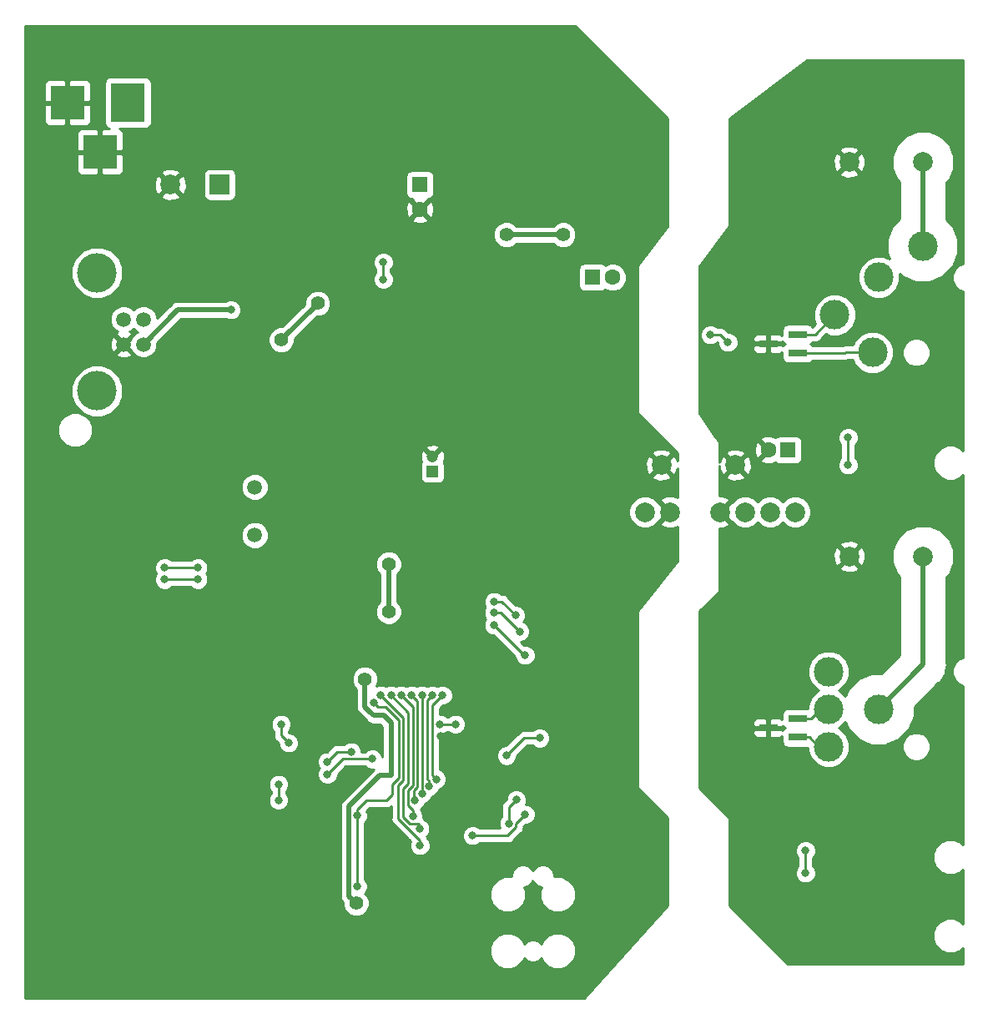
<source format=gbl>
G04 #@! TF.GenerationSoftware,KiCad,Pcbnew,(6.0.0-rc1-dev-1425-g4c184f07a)*
G04 #@! TF.CreationDate,2018-12-24T19:16:23+01:00
G04 #@! TF.ProjectId,UsbDmx,55736244-6d78-42e6-9b69-6361645f7063,rev?*
G04 #@! TF.SameCoordinates,Original*
G04 #@! TF.FileFunction,Copper,L2,Bot*
G04 #@! TF.FilePolarity,Positive*
%FSLAX46Y46*%
G04 Gerber Fmt 4.6, Leading zero omitted, Abs format (unit mm)*
G04 Created by KiCad (PCBNEW (6.0.0-rc1-dev-1425-g4c184f07a)) date 24.12.2018 19:16:23*
%MOMM*%
%LPD*%
G04 APERTURE LIST*
%ADD10C,4.000000*%
%ADD11C,1.520000*%
%ADD12C,1.600000*%
%ADD13R,1.600000X1.600000*%
%ADD14R,1.900000X0.800000*%
%ADD15C,1.200000*%
%ADD16R,1.200000X1.200000*%
%ADD17C,2.000000*%
%ADD18R,2.000000X2.000000*%
%ADD19C,3.000000*%
%ADD20R,3.500120X3.500120*%
%ADD21R,3.500120X4.000000*%
%ADD22C,1.500000*%
%ADD23C,0.800000*%
%ADD24C,1.400000*%
%ADD25C,0.250000*%
%ADD26C,0.500000*%
%ADD27C,0.254000*%
G04 APERTURE END LIST*
D10*
X62991000Y-102712000D03*
X62991000Y-90712000D03*
D11*
X65691000Y-95442000D03*
X65691000Y-97982000D03*
X67691000Y-97982000D03*
X67691000Y-95442000D03*
D12*
X95758000Y-84288000D03*
D13*
X95758000Y-81788000D03*
D14*
X131088000Y-97917000D03*
X134088000Y-98867000D03*
X134088000Y-96967000D03*
D15*
X97028000Y-109371000D03*
D16*
X97028000Y-110871000D03*
D17*
X70438000Y-81788000D03*
D18*
X75438000Y-81788000D03*
D17*
X139312000Y-79502000D03*
X146812000Y-79502000D03*
D12*
X115284000Y-91186000D03*
D13*
X113284000Y-91186000D03*
X133096000Y-108712000D03*
D12*
X131096000Y-108712000D03*
D17*
X120262000Y-110236000D03*
X127762000Y-110236000D03*
X146812000Y-119507000D03*
X139312000Y-119507000D03*
D19*
X142300000Y-91190000D03*
X141665000Y-98810000D03*
X137850000Y-95000000D03*
X146750000Y-88020000D03*
X137220000Y-131190000D03*
X137220000Y-138810000D03*
X137220000Y-135000000D03*
X142300000Y-135000000D03*
D20*
X63278400Y-78478000D03*
X59978000Y-73478000D03*
D21*
X66128000Y-73478000D03*
D17*
X118556000Y-115000000D03*
X121096000Y-115000000D03*
X126176000Y-115000000D03*
X128716000Y-115000000D03*
X131256000Y-115000000D03*
X133796000Y-115000000D03*
D22*
X78994000Y-112468000D03*
X78994000Y-117348000D03*
D14*
X134088000Y-135956000D03*
X134088000Y-137856000D03*
X131088000Y-136906000D03*
D23*
X117348000Y-146050000D03*
X113538000Y-153670000D03*
X117348000Y-81280000D03*
X85598000Y-85598000D03*
X91821000Y-85598000D03*
X81026000Y-94488000D03*
X75311000Y-90424000D03*
X98933000Y-119380000D03*
X91313000Y-116102000D03*
X90043000Y-116102000D03*
X76454000Y-114935000D03*
X93853000Y-119380000D03*
X80264000Y-105410000D03*
X97282000Y-88392000D03*
X108204000Y-141097000D03*
X108204000Y-142621000D03*
X67945000Y-133477000D03*
X60071000Y-135255000D03*
X73279000Y-150495000D03*
X60071000Y-146685000D03*
X96266000Y-155956000D03*
X87376000Y-144145000D03*
X97815400Y-137769600D03*
X103505000Y-115570000D03*
X103505000Y-157607000D03*
X88518984Y-132715000D03*
D24*
X116840000Y-97409000D03*
X118618000Y-112268000D03*
D23*
X64058800Y-108013500D03*
D24*
X84328000Y-72571000D03*
X81553000Y-70146000D03*
X87103000Y-70146000D03*
X87103000Y-74996000D03*
X81553000Y-74996000D03*
X67487800Y-87198200D03*
X92583000Y-120269000D03*
X92583000Y-125104000D03*
X90170000Y-131953000D03*
X89281000Y-154686000D03*
X104520986Y-86868000D03*
X110266006Y-86868000D03*
X81686400Y-97536000D03*
X85369400Y-93827600D03*
D23*
X104775000Y-146634000D03*
X105537000Y-144182000D03*
X104533700Y-139712700D03*
X92036900Y-89649300D03*
X92036900Y-91401000D03*
X107889278Y-137931459D03*
X105892020Y-127127000D03*
X103251000Y-125222000D03*
X69837300Y-121843800D03*
X73228200Y-121843800D03*
X140462000Y-116586000D03*
X129540000Y-90678000D03*
X134112000Y-76200000D03*
X130556000Y-83820000D03*
X129794000Y-130556000D03*
X127762000Y-130302000D03*
X127762000Y-90424000D03*
X128778000Y-112522000D03*
X127254000Y-142494000D03*
X130556000Y-148590000D03*
X145542000Y-156718000D03*
X139446000Y-155702000D03*
X134874000Y-151638000D03*
X134874000Y-149352000D03*
X105442010Y-125476000D03*
X69850000Y-120650000D03*
X103263700Y-124079000D03*
X73228662Y-120620410D03*
X139192000Y-107442000D03*
X139192000Y-110236000D03*
X127000000Y-97790000D03*
X125222000Y-97028000D03*
X101092000Y-147828000D03*
X106426000Y-145669000D03*
X89408000Y-145796000D03*
X89408000Y-153009019D03*
X91059000Y-134366000D03*
X97409000Y-142113000D03*
X98044000Y-133589296D03*
X96701130Y-142838000D03*
X96998365Y-133589296D03*
X95974102Y-143563000D03*
X95952732Y-133589296D03*
X95255547Y-144288000D03*
X94907099Y-133589296D03*
X93861466Y-133589296D03*
X95028010Y-145872200D03*
X95753010Y-147142200D03*
X92815833Y-133589296D03*
X95758000Y-148844000D03*
X91770200Y-133589296D03*
X103251000Y-126492000D03*
X106426000Y-129540000D03*
X97790000Y-136525000D03*
X99353000Y-136525000D03*
X90932000Y-140059000D03*
X86360000Y-141605000D03*
X81661000Y-136525000D03*
X82423000Y-138430000D03*
X81407000Y-142621000D03*
X81407000Y-144235000D03*
X88777653Y-139323653D03*
X86360000Y-140335000D03*
X76581000Y-94488000D03*
D25*
X117348000Y-146050000D02*
X117348000Y-149860000D01*
X117348000Y-149860000D02*
X113538000Y-153670000D01*
D26*
X92583000Y-120269000D02*
X92583000Y-125104000D01*
X90170000Y-134735002D02*
X90689998Y-135255000D01*
X90170000Y-131953000D02*
X90170000Y-134735002D01*
X90689998Y-135255000D02*
X91070998Y-135636000D01*
X91070998Y-135636000D02*
X92075000Y-135636000D01*
X92075000Y-135636000D02*
X92837000Y-136398000D01*
X92837000Y-136398000D02*
X92837000Y-141732000D01*
X92837000Y-141732000D02*
X91694000Y-141732000D01*
X88557999Y-153962999D02*
X89281000Y-154686000D01*
X91694000Y-141732000D02*
X88557999Y-144868001D01*
X88557999Y-144868001D02*
X88557999Y-153962999D01*
X104520986Y-86868000D02*
X110266006Y-86868000D01*
X81686400Y-97536000D02*
X85369400Y-93853000D01*
X85369400Y-93853000D02*
X85369400Y-93827600D01*
D25*
X104775000Y-146634000D02*
X104775000Y-144944000D01*
X104775000Y-144944000D02*
X105537000Y-144182000D01*
X92036900Y-89649300D02*
X92036900Y-91401000D01*
X104533700Y-139712700D02*
X106314941Y-137931459D01*
X106314941Y-137931459D02*
X107889278Y-137931459D01*
X105892020Y-127127000D02*
X103987020Y-125222000D01*
X103987020Y-125222000D02*
X103251000Y-125222000D01*
X69837300Y-121843800D02*
X73228200Y-121843800D01*
X134874000Y-151638000D02*
X134874000Y-149352000D01*
D26*
X146812000Y-87958000D02*
X146750000Y-88020000D01*
X146812000Y-79502000D02*
X146812000Y-87958000D01*
X146812000Y-130488000D02*
X142300000Y-135000000D01*
X146812000Y-119507000D02*
X146812000Y-130488000D01*
D25*
X105442010Y-125476000D02*
X104045010Y-124079000D01*
X104045010Y-124079000D02*
X103263700Y-124079000D01*
X73199072Y-120650000D02*
X73228662Y-120620410D01*
X69850000Y-120650000D02*
X73199072Y-120650000D01*
X139192000Y-110236000D02*
X139192000Y-107442000D01*
X125222000Y-97028000D02*
X126238000Y-97028000D01*
X126238000Y-97028000D02*
X127000000Y-97790000D01*
X104654002Y-147828000D02*
X104267000Y-147828000D01*
X105500001Y-146982001D02*
X104654002Y-147828000D01*
X105500001Y-146594999D02*
X105500001Y-146982001D01*
X106426000Y-145669000D02*
X105500001Y-146594999D01*
X101092000Y-147828000D02*
X104267000Y-147828000D01*
X89408000Y-145796000D02*
X89408000Y-153009019D01*
X91458999Y-134765999D02*
X92220999Y-134765999D01*
X91059000Y-134366000D02*
X91458999Y-134765999D01*
X92220999Y-134765999D02*
X93599000Y-136144000D01*
X93599000Y-136144000D02*
X93599000Y-141986000D01*
X93599000Y-141986000D02*
X92964000Y-142621000D01*
X92964000Y-142621000D02*
X92964000Y-143637000D01*
X92964000Y-143637000D02*
X92329000Y-144272000D01*
X92329000Y-144272000D02*
X90297000Y-144272000D01*
X89408000Y-145161000D02*
X89408000Y-145796000D01*
X90297000Y-144272000D02*
X89408000Y-145161000D01*
X97409000Y-142113000D02*
X97009001Y-141713001D01*
X97009001Y-134624295D02*
X98044000Y-133589296D01*
X97009001Y-141713001D02*
X97009001Y-134624295D01*
X96701130Y-142272315D02*
X96520000Y-142091185D01*
X96701130Y-142838000D02*
X96701130Y-142272315D01*
X96520000Y-134067661D02*
X96998365Y-133589296D01*
X96520000Y-142091185D02*
X96520000Y-134067661D01*
X95974102Y-142997315D02*
X95974102Y-143563000D01*
X95974102Y-134019889D02*
X95974102Y-142997315D01*
X95952732Y-133998519D02*
X95974102Y-134019889D01*
X95952732Y-133589296D02*
X95952732Y-133998519D01*
X95255547Y-143909999D02*
X95255547Y-144288000D01*
X95123000Y-143777452D02*
X95255547Y-143909999D01*
X95123000Y-143256000D02*
X95123000Y-143777452D01*
X95504000Y-142875000D02*
X95123000Y-143256000D01*
X95504000Y-134186197D02*
X95504000Y-142875000D01*
X94907099Y-133589296D02*
X95504000Y-134186197D01*
X95028010Y-145306515D02*
X94513400Y-144791905D01*
X95028010Y-145872200D02*
X95028010Y-145306515D01*
X94513400Y-144791905D02*
X94513400Y-143229190D01*
X94513400Y-143229190D02*
X95021400Y-142721190D01*
X95021400Y-134749230D02*
X95021400Y-142721190D01*
X93861466Y-133589296D02*
X95021400Y-134749230D01*
X95753010Y-146807010D02*
X95753010Y-147142200D01*
X94564200Y-135337663D02*
X94564200Y-142541980D01*
X92815833Y-133589296D02*
X94564200Y-135337663D01*
X94564200Y-142541980D02*
X94056200Y-143049980D01*
X95543201Y-146597201D02*
X95753010Y-146807010D01*
X94056200Y-143049980D02*
X94056200Y-145948400D01*
X94056200Y-145948400D02*
X94705001Y-146597201D01*
X94705001Y-146597201D02*
X95543201Y-146597201D01*
X95079085Y-147599400D02*
X95758000Y-148278315D01*
X94081600Y-135900696D02*
X94081600Y-142214600D01*
X91770200Y-133589296D02*
X94081600Y-135900696D01*
X94081600Y-142214600D02*
X93573600Y-142722600D01*
X93573600Y-142722600D02*
X93573600Y-146102210D01*
X93573600Y-146102210D02*
X95070790Y-147599400D01*
X95758000Y-148278315D02*
X95758000Y-148844000D01*
X95070790Y-147599400D02*
X95079085Y-147599400D01*
X106299000Y-129540000D02*
X106426000Y-129540000D01*
X103251000Y-126492000D02*
X106299000Y-129540000D01*
X97790000Y-136525000D02*
X99353000Y-136525000D01*
X90932000Y-140059000D02*
X87906000Y-140059000D01*
X87906000Y-140059000D02*
X86360000Y-141605000D01*
X81661000Y-136525000D02*
X81661000Y-137668000D01*
X81661000Y-137668000D02*
X82423000Y-138430000D01*
X81407000Y-142621000D02*
X81407000Y-144235000D01*
X88777653Y-139323653D02*
X87371347Y-139323653D01*
X87371347Y-139323653D02*
X86360000Y-140335000D01*
X134088000Y-98867000D02*
X138877000Y-98867000D01*
X138934000Y-98810000D02*
X141665000Y-98810000D01*
X138877000Y-98867000D02*
X138934000Y-98810000D01*
X135883000Y-96967000D02*
X137850000Y-95000000D01*
X134088000Y-96967000D02*
X135883000Y-96967000D01*
X136242000Y-138810000D02*
X137220000Y-138810000D01*
X135288000Y-137856000D02*
X136242000Y-138810000D01*
X134088000Y-137856000D02*
X135288000Y-137856000D01*
X134088000Y-135956000D02*
X135443000Y-135956000D01*
X136399000Y-135000000D02*
X137220000Y-135000000D01*
X135443000Y-135956000D02*
X136399000Y-135000000D01*
D26*
X71185000Y-94488000D02*
X67691000Y-97982000D01*
X76581000Y-94488000D02*
X71185000Y-94488000D01*
D27*
G36*
X150873000Y-89768073D02*
G01*
X150377138Y-89973466D01*
X149973466Y-90377138D01*
X149755000Y-90904561D01*
X149755000Y-91475439D01*
X149973466Y-92002862D01*
X150377138Y-92406534D01*
X150873000Y-92611927D01*
X150873000Y-108748629D01*
X150611121Y-108486750D01*
X149955059Y-108215000D01*
X149244941Y-108215000D01*
X148588879Y-108486750D01*
X148086750Y-108988879D01*
X147815000Y-109644941D01*
X147815000Y-110355059D01*
X148086750Y-111011121D01*
X148588879Y-111513250D01*
X149244941Y-111785000D01*
X149955059Y-111785000D01*
X150611121Y-111513250D01*
X150873000Y-111251371D01*
X150873000Y-129768073D01*
X150377138Y-129973466D01*
X149973466Y-130377138D01*
X149755000Y-130904561D01*
X149755000Y-131475439D01*
X149973466Y-132002862D01*
X150377138Y-132406534D01*
X150873000Y-132611927D01*
X150873000Y-148748629D01*
X150611121Y-148486750D01*
X149955059Y-148215000D01*
X149244941Y-148215000D01*
X148588879Y-148486750D01*
X148086750Y-148988879D01*
X147815000Y-149644941D01*
X147815000Y-150355059D01*
X148086750Y-151011121D01*
X148588879Y-151513250D01*
X149244941Y-151785000D01*
X149955059Y-151785000D01*
X150611121Y-151513250D01*
X150873000Y-151251371D01*
X150873000Y-156748629D01*
X150611121Y-156486750D01*
X149955059Y-156215000D01*
X149244941Y-156215000D01*
X148588879Y-156486750D01*
X148086750Y-156988879D01*
X147815000Y-157644941D01*
X147815000Y-158355059D01*
X148086750Y-159011121D01*
X148588879Y-159513250D01*
X149244941Y-159785000D01*
X149955059Y-159785000D01*
X150611121Y-159513250D01*
X150873000Y-159251371D01*
X150873000Y-160873000D01*
X133052606Y-160873000D01*
X127127000Y-154947394D01*
X127127000Y-149146126D01*
X133839000Y-149146126D01*
X133839000Y-149557874D01*
X133996569Y-149938280D01*
X134114001Y-150055712D01*
X134114000Y-150934289D01*
X133996569Y-151051720D01*
X133839000Y-151432126D01*
X133839000Y-151843874D01*
X133996569Y-152224280D01*
X134287720Y-152515431D01*
X134668126Y-152673000D01*
X135079874Y-152673000D01*
X135460280Y-152515431D01*
X135751431Y-152224280D01*
X135909000Y-151843874D01*
X135909000Y-151432126D01*
X135751431Y-151051720D01*
X135634000Y-150934289D01*
X135634000Y-150055711D01*
X135751431Y-149938280D01*
X135909000Y-149557874D01*
X135909000Y-149146126D01*
X135751431Y-148765720D01*
X135460280Y-148474569D01*
X135079874Y-148317000D01*
X134668126Y-148317000D01*
X134287720Y-148474569D01*
X133996569Y-148765720D01*
X133839000Y-149146126D01*
X127127000Y-149146126D01*
X127127000Y-146000000D01*
X127117333Y-145951399D01*
X127089803Y-145910197D01*
X124127000Y-142947394D01*
X124127000Y-137191750D01*
X129503000Y-137191750D01*
X129503000Y-137432310D01*
X129599673Y-137665699D01*
X129778302Y-137844327D01*
X130011691Y-137941000D01*
X130802250Y-137941000D01*
X130961000Y-137782250D01*
X130961000Y-137033000D01*
X129661750Y-137033000D01*
X129503000Y-137191750D01*
X124127000Y-137191750D01*
X124127000Y-136379690D01*
X129503000Y-136379690D01*
X129503000Y-136620250D01*
X129661750Y-136779000D01*
X130961000Y-136779000D01*
X130961000Y-136029750D01*
X131215000Y-136029750D01*
X131215000Y-136779000D01*
X132514250Y-136779000D01*
X132599781Y-136693469D01*
X132680191Y-136813809D01*
X132818164Y-136906000D01*
X132680191Y-136998191D01*
X132599781Y-137118531D01*
X132514250Y-137033000D01*
X131215000Y-137033000D01*
X131215000Y-137782250D01*
X131373750Y-137941000D01*
X132164309Y-137941000D01*
X132397698Y-137844327D01*
X132490560Y-137751466D01*
X132490560Y-138256000D01*
X132539843Y-138503765D01*
X132680191Y-138713809D01*
X132890235Y-138854157D01*
X133138000Y-138903440D01*
X135038000Y-138903440D01*
X135085000Y-138894091D01*
X135085000Y-139234678D01*
X135410034Y-140019380D01*
X136010620Y-140619966D01*
X136795322Y-140945000D01*
X137644678Y-140945000D01*
X138429380Y-140619966D01*
X139029966Y-140019380D01*
X139355000Y-139234678D01*
X139355000Y-138385322D01*
X139029966Y-137600620D01*
X138429380Y-137000034D01*
X138199947Y-136905000D01*
X138429380Y-136809966D01*
X138920463Y-136318883D01*
X139225178Y-137054530D01*
X140245470Y-138074822D01*
X141578545Y-138627000D01*
X143021455Y-138627000D01*
X143268764Y-138524561D01*
X144675000Y-138524561D01*
X144675000Y-139095439D01*
X144893466Y-139622862D01*
X145297138Y-140026534D01*
X145824561Y-140245000D01*
X146395439Y-140245000D01*
X146922862Y-140026534D01*
X147326534Y-139622862D01*
X147545000Y-139095439D01*
X147545000Y-138524561D01*
X147326534Y-137997138D01*
X146922862Y-137593466D01*
X146395439Y-137375000D01*
X145824561Y-137375000D01*
X145297138Y-137593466D01*
X144893466Y-137997138D01*
X144675000Y-138524561D01*
X143268764Y-138524561D01*
X144354530Y-138074822D01*
X145374822Y-137054530D01*
X145927000Y-135721455D01*
X145927000Y-134734584D01*
X148327249Y-132334336D01*
X148525721Y-132201721D01*
X149011008Y-131475439D01*
X149051085Y-131415460D01*
X149083327Y-131253369D01*
X149189000Y-130722113D01*
X149189000Y-130722110D01*
X149235567Y-130488000D01*
X149189000Y-130253891D01*
X149189000Y-121552246D01*
X149462943Y-121278303D01*
X149939000Y-120128999D01*
X149939000Y-118885001D01*
X149462943Y-117735697D01*
X148583303Y-116856057D01*
X147433999Y-116380000D01*
X146190001Y-116380000D01*
X145040697Y-116856057D01*
X144161057Y-117735697D01*
X143685000Y-118885001D01*
X143685000Y-120128999D01*
X144161057Y-121278303D01*
X144435000Y-121552246D01*
X144435001Y-129503414D01*
X142565416Y-131373000D01*
X141578545Y-131373000D01*
X140245470Y-131925178D01*
X139225178Y-132945470D01*
X138920463Y-133681117D01*
X138429380Y-133190034D01*
X138199947Y-133095000D01*
X138429380Y-132999966D01*
X139029966Y-132399380D01*
X139355000Y-131614678D01*
X139355000Y-130765322D01*
X139029966Y-129980620D01*
X138429380Y-129380034D01*
X137644678Y-129055000D01*
X136795322Y-129055000D01*
X136010620Y-129380034D01*
X135410034Y-129980620D01*
X135085000Y-130765322D01*
X135085000Y-131614678D01*
X135410034Y-132399380D01*
X136010620Y-132999966D01*
X136240053Y-133095000D01*
X136010620Y-133190034D01*
X135410034Y-133790620D01*
X135085000Y-134575322D01*
X135085000Y-134917909D01*
X135038000Y-134908560D01*
X133138000Y-134908560D01*
X132890235Y-134957843D01*
X132680191Y-135098191D01*
X132539843Y-135308235D01*
X132490560Y-135556000D01*
X132490560Y-136060534D01*
X132397698Y-135967673D01*
X132164309Y-135871000D01*
X131373750Y-135871000D01*
X131215000Y-136029750D01*
X130961000Y-136029750D01*
X130802250Y-135871000D01*
X130011691Y-135871000D01*
X129778302Y-135967673D01*
X129599673Y-136146301D01*
X129503000Y-136379690D01*
X124127000Y-136379690D01*
X124127000Y-125052606D01*
X126089803Y-123089803D01*
X126117333Y-123048601D01*
X126127000Y-123000000D01*
X126127000Y-120659532D01*
X138339073Y-120659532D01*
X138437736Y-120926387D01*
X139047461Y-121152908D01*
X139697460Y-121128856D01*
X140186264Y-120926387D01*
X140284927Y-120659532D01*
X139312000Y-119686605D01*
X138339073Y-120659532D01*
X126127000Y-120659532D01*
X126127000Y-119242461D01*
X137666092Y-119242461D01*
X137690144Y-119892460D01*
X137892613Y-120381264D01*
X138159468Y-120479927D01*
X139132395Y-119507000D01*
X139491605Y-119507000D01*
X140464532Y-120479927D01*
X140731387Y-120381264D01*
X140957908Y-119771539D01*
X140933856Y-119121540D01*
X140731387Y-118632736D01*
X140464532Y-118534073D01*
X139491605Y-119507000D01*
X139132395Y-119507000D01*
X138159468Y-118534073D01*
X137892613Y-118632736D01*
X137666092Y-119242461D01*
X126127000Y-119242461D01*
X126127000Y-118354468D01*
X138339073Y-118354468D01*
X139312000Y-119327395D01*
X140284927Y-118354468D01*
X140186264Y-118087613D01*
X139576539Y-117861092D01*
X138926540Y-117885144D01*
X138437736Y-118087613D01*
X138339073Y-118354468D01*
X126127000Y-118354468D01*
X126127000Y-116637932D01*
X126561460Y-116621856D01*
X127050264Y-116419387D01*
X127148927Y-116152532D01*
X126176000Y-115179605D01*
X126161858Y-115193748D01*
X126127000Y-115158890D01*
X126127000Y-115000000D01*
X126355605Y-115000000D01*
X127328532Y-115972927D01*
X127363689Y-115959928D01*
X127789847Y-116386086D01*
X128390778Y-116635000D01*
X129041222Y-116635000D01*
X129642153Y-116386086D01*
X129986000Y-116042239D01*
X130329847Y-116386086D01*
X130930778Y-116635000D01*
X131581222Y-116635000D01*
X132182153Y-116386086D01*
X132526000Y-116042239D01*
X132869847Y-116386086D01*
X133470778Y-116635000D01*
X134121222Y-116635000D01*
X134722153Y-116386086D01*
X135182086Y-115926153D01*
X135431000Y-115325222D01*
X135431000Y-114674778D01*
X135182086Y-114073847D01*
X134722153Y-113613914D01*
X134121222Y-113365000D01*
X133470778Y-113365000D01*
X132869847Y-113613914D01*
X132526000Y-113957761D01*
X132182153Y-113613914D01*
X131581222Y-113365000D01*
X130930778Y-113365000D01*
X130329847Y-113613914D01*
X129986000Y-113957761D01*
X129642153Y-113613914D01*
X129041222Y-113365000D01*
X128390778Y-113365000D01*
X127789847Y-113613914D01*
X127363689Y-114040072D01*
X127328532Y-114027073D01*
X126355605Y-115000000D01*
X126127000Y-115000000D01*
X126127000Y-114841110D01*
X126161858Y-114806253D01*
X126176000Y-114820395D01*
X127148927Y-113847468D01*
X127050264Y-113580613D01*
X126440539Y-113354092D01*
X126127000Y-113365694D01*
X126127000Y-111388532D01*
X126789073Y-111388532D01*
X126887736Y-111655387D01*
X127497461Y-111881908D01*
X128147460Y-111857856D01*
X128636264Y-111655387D01*
X128734927Y-111388532D01*
X127762000Y-110415605D01*
X126789073Y-111388532D01*
X126127000Y-111388532D01*
X126127000Y-110266247D01*
X126140144Y-110621460D01*
X126342613Y-111110264D01*
X126609468Y-111208927D01*
X127582395Y-110236000D01*
X127941605Y-110236000D01*
X128914532Y-111208927D01*
X129181387Y-111110264D01*
X129407908Y-110500539D01*
X129383856Y-109850540D01*
X129181387Y-109361736D01*
X128914532Y-109263073D01*
X127941605Y-110236000D01*
X127582395Y-110236000D01*
X126609468Y-109263073D01*
X126342613Y-109361736D01*
X126127000Y-109942100D01*
X126127000Y-109083468D01*
X126789073Y-109083468D01*
X127762000Y-110056395D01*
X128734927Y-109083468D01*
X128636264Y-108816613D01*
X128026539Y-108590092D01*
X127376540Y-108614144D01*
X126887736Y-108816613D01*
X126789073Y-109083468D01*
X126127000Y-109083468D01*
X126127000Y-108495223D01*
X129649035Y-108495223D01*
X129676222Y-109065454D01*
X129842136Y-109466005D01*
X130088255Y-109540139D01*
X130916395Y-108712000D01*
X130088255Y-107883861D01*
X129842136Y-107957995D01*
X129649035Y-108495223D01*
X126127000Y-108495223D01*
X126127000Y-108000000D01*
X126105670Y-107929553D01*
X125955472Y-107704255D01*
X130267861Y-107704255D01*
X131096000Y-108532395D01*
X131110142Y-108518252D01*
X131289748Y-108697858D01*
X131275605Y-108712000D01*
X131289748Y-108726143D01*
X131110142Y-108905748D01*
X131096000Y-108891605D01*
X130267861Y-109719745D01*
X130341995Y-109965864D01*
X130879223Y-110158965D01*
X131449454Y-110131778D01*
X131839067Y-109970395D01*
X132048235Y-110110157D01*
X132296000Y-110159440D01*
X133896000Y-110159440D01*
X134143765Y-110110157D01*
X134353809Y-109969809D01*
X134494157Y-109759765D01*
X134543440Y-109512000D01*
X134543440Y-107912000D01*
X134494157Y-107664235D01*
X134353809Y-107454191D01*
X134143765Y-107313843D01*
X133896000Y-107264560D01*
X132296000Y-107264560D01*
X132048235Y-107313843D01*
X131838484Y-107453995D01*
X131312777Y-107265035D01*
X130742546Y-107292222D01*
X130341995Y-107458136D01*
X130267861Y-107704255D01*
X125955472Y-107704255D01*
X125643386Y-107236126D01*
X138157000Y-107236126D01*
X138157000Y-107647874D01*
X138314569Y-108028280D01*
X138432001Y-108145712D01*
X138432000Y-109532289D01*
X138314569Y-109649720D01*
X138157000Y-110030126D01*
X138157000Y-110441874D01*
X138314569Y-110822280D01*
X138605720Y-111113431D01*
X138986126Y-111271000D01*
X139397874Y-111271000D01*
X139778280Y-111113431D01*
X140069431Y-110822280D01*
X140227000Y-110441874D01*
X140227000Y-110030126D01*
X140069431Y-109649720D01*
X139952000Y-109532289D01*
X139952000Y-108145711D01*
X140069431Y-108028280D01*
X140227000Y-107647874D01*
X140227000Y-107236126D01*
X140069431Y-106855720D01*
X139778280Y-106564569D01*
X139397874Y-106407000D01*
X138986126Y-106407000D01*
X138605720Y-106564569D01*
X138314569Y-106855720D01*
X138157000Y-107236126D01*
X125643386Y-107236126D01*
X124127000Y-104961548D01*
X124127000Y-96822126D01*
X124187000Y-96822126D01*
X124187000Y-97233874D01*
X124344569Y-97614280D01*
X124635720Y-97905431D01*
X125016126Y-98063000D01*
X125427874Y-98063000D01*
X125808280Y-97905431D01*
X125924455Y-97789256D01*
X125965000Y-97829801D01*
X125965000Y-97995874D01*
X126122569Y-98376280D01*
X126413720Y-98667431D01*
X126794126Y-98825000D01*
X127205874Y-98825000D01*
X127586280Y-98667431D01*
X127877431Y-98376280D01*
X127949309Y-98202750D01*
X129503000Y-98202750D01*
X129503000Y-98443310D01*
X129599673Y-98676699D01*
X129778302Y-98855327D01*
X130011691Y-98952000D01*
X130802250Y-98952000D01*
X130961000Y-98793250D01*
X130961000Y-98044000D01*
X129661750Y-98044000D01*
X129503000Y-98202750D01*
X127949309Y-98202750D01*
X128035000Y-97995874D01*
X128035000Y-97584126D01*
X127954877Y-97390690D01*
X129503000Y-97390690D01*
X129503000Y-97631250D01*
X129661750Y-97790000D01*
X130961000Y-97790000D01*
X130961000Y-97040750D01*
X131215000Y-97040750D01*
X131215000Y-97790000D01*
X132514250Y-97790000D01*
X132599781Y-97704469D01*
X132680191Y-97824809D01*
X132818164Y-97917000D01*
X132680191Y-98009191D01*
X132599781Y-98129531D01*
X132514250Y-98044000D01*
X131215000Y-98044000D01*
X131215000Y-98793250D01*
X131373750Y-98952000D01*
X132164309Y-98952000D01*
X132397698Y-98855327D01*
X132490560Y-98762466D01*
X132490560Y-99267000D01*
X132539843Y-99514765D01*
X132680191Y-99724809D01*
X132890235Y-99865157D01*
X133138000Y-99914440D01*
X135038000Y-99914440D01*
X135285765Y-99865157D01*
X135495809Y-99724809D01*
X135561163Y-99627000D01*
X138802153Y-99627000D01*
X138877000Y-99641888D01*
X138951847Y-99627000D01*
X138951852Y-99627000D01*
X139173537Y-99582904D01*
X139192849Y-99570000D01*
X139668895Y-99570000D01*
X139855034Y-100019380D01*
X140455620Y-100619966D01*
X141240322Y-100945000D01*
X142089678Y-100945000D01*
X142874380Y-100619966D01*
X143474966Y-100019380D01*
X143800000Y-99234678D01*
X143800000Y-98524561D01*
X144675000Y-98524561D01*
X144675000Y-99095439D01*
X144893466Y-99622862D01*
X145297138Y-100026534D01*
X145824561Y-100245000D01*
X146395439Y-100245000D01*
X146922862Y-100026534D01*
X147326534Y-99622862D01*
X147545000Y-99095439D01*
X147545000Y-98524561D01*
X147326534Y-97997138D01*
X146922862Y-97593466D01*
X146395439Y-97375000D01*
X145824561Y-97375000D01*
X145297138Y-97593466D01*
X144893466Y-97997138D01*
X144675000Y-98524561D01*
X143800000Y-98524561D01*
X143800000Y-98385322D01*
X143474966Y-97600620D01*
X142874380Y-97000034D01*
X142089678Y-96675000D01*
X141240322Y-96675000D01*
X140455620Y-97000034D01*
X139855034Y-97600620D01*
X139668895Y-98050000D01*
X139008846Y-98050000D01*
X138933999Y-98035112D01*
X138859152Y-98050000D01*
X138859148Y-98050000D01*
X138637463Y-98094096D01*
X138618151Y-98107000D01*
X135561163Y-98107000D01*
X135495809Y-98009191D01*
X135357836Y-97917000D01*
X135495809Y-97824809D01*
X135561163Y-97727000D01*
X135808153Y-97727000D01*
X135883000Y-97741888D01*
X135957847Y-97727000D01*
X135957852Y-97727000D01*
X136179537Y-97682904D01*
X136430929Y-97514929D01*
X136473331Y-97451470D01*
X136975941Y-96948860D01*
X137425322Y-97135000D01*
X138274678Y-97135000D01*
X139059380Y-96809966D01*
X139659966Y-96209380D01*
X139985000Y-95424678D01*
X139985000Y-94575322D01*
X139659966Y-93790620D01*
X139059380Y-93190034D01*
X138274678Y-92865000D01*
X137425322Y-92865000D01*
X136640620Y-93190034D01*
X136040034Y-93790620D01*
X135715000Y-94575322D01*
X135715000Y-95424678D01*
X135901140Y-95874059D01*
X135568199Y-96207000D01*
X135561163Y-96207000D01*
X135495809Y-96109191D01*
X135285765Y-95968843D01*
X135038000Y-95919560D01*
X133138000Y-95919560D01*
X132890235Y-95968843D01*
X132680191Y-96109191D01*
X132539843Y-96319235D01*
X132490560Y-96567000D01*
X132490560Y-97071534D01*
X132397698Y-96978673D01*
X132164309Y-96882000D01*
X131373750Y-96882000D01*
X131215000Y-97040750D01*
X130961000Y-97040750D01*
X130802250Y-96882000D01*
X130011691Y-96882000D01*
X129778302Y-96978673D01*
X129599673Y-97157301D01*
X129503000Y-97390690D01*
X127954877Y-97390690D01*
X127877431Y-97203720D01*
X127586280Y-96912569D01*
X127205874Y-96755000D01*
X127039801Y-96755000D01*
X126828331Y-96543530D01*
X126785929Y-96480071D01*
X126534537Y-96312096D01*
X126312852Y-96268000D01*
X126312847Y-96268000D01*
X126238000Y-96253112D01*
X126163153Y-96268000D01*
X125925711Y-96268000D01*
X125808280Y-96150569D01*
X125427874Y-95993000D01*
X125016126Y-95993000D01*
X124635720Y-96150569D01*
X124344569Y-96441720D01*
X124187000Y-96822126D01*
X124127000Y-96822126D01*
X124127000Y-90765322D01*
X140165000Y-90765322D01*
X140165000Y-91614678D01*
X140490034Y-92399380D01*
X141090620Y-92999966D01*
X141875322Y-93325000D01*
X142724678Y-93325000D01*
X143509380Y-92999966D01*
X144109966Y-92399380D01*
X144435000Y-91614678D01*
X144435000Y-90834352D01*
X144695470Y-91094822D01*
X146028545Y-91647000D01*
X147471455Y-91647000D01*
X148804530Y-91094822D01*
X149824822Y-90074530D01*
X150377000Y-88741455D01*
X150377000Y-87298545D01*
X149824822Y-85965470D01*
X149189000Y-85329648D01*
X149189000Y-81547246D01*
X149462943Y-81273303D01*
X149939000Y-80123999D01*
X149939000Y-78880001D01*
X149462943Y-77730697D01*
X148583303Y-76851057D01*
X147433999Y-76375000D01*
X146190001Y-76375000D01*
X145040697Y-76851057D01*
X144161057Y-77730697D01*
X143685000Y-78880001D01*
X143685000Y-80123999D01*
X144161057Y-81273303D01*
X144435000Y-81547246D01*
X144435001Y-85205647D01*
X143675178Y-85965470D01*
X143123000Y-87298545D01*
X143123000Y-88741455D01*
X143362268Y-89319098D01*
X142724678Y-89055000D01*
X141875322Y-89055000D01*
X141090620Y-89380034D01*
X140490034Y-89980620D01*
X140165000Y-90765322D01*
X124127000Y-90765322D01*
X124127000Y-90042333D01*
X127101600Y-86076200D01*
X127123027Y-86031519D01*
X127127000Y-86000000D01*
X127127000Y-80654532D01*
X138339073Y-80654532D01*
X138437736Y-80921387D01*
X139047461Y-81147908D01*
X139697460Y-81123856D01*
X140186264Y-80921387D01*
X140284927Y-80654532D01*
X139312000Y-79681605D01*
X138339073Y-80654532D01*
X127127000Y-80654532D01*
X127127000Y-79237461D01*
X137666092Y-79237461D01*
X137690144Y-79887460D01*
X137892613Y-80376264D01*
X138159468Y-80474927D01*
X139132395Y-79502000D01*
X139491605Y-79502000D01*
X140464532Y-80474927D01*
X140731387Y-80376264D01*
X140957908Y-79766539D01*
X140933856Y-79116540D01*
X140731387Y-78627736D01*
X140464532Y-78529073D01*
X139491605Y-79502000D01*
X139132395Y-79502000D01*
X138159468Y-78529073D01*
X137892613Y-78627736D01*
X137666092Y-79237461D01*
X127127000Y-79237461D01*
X127127000Y-78349468D01*
X138339073Y-78349468D01*
X139312000Y-79322395D01*
X140284927Y-78349468D01*
X140186264Y-78082613D01*
X139576539Y-77856092D01*
X138926540Y-77880144D01*
X138437736Y-78082613D01*
X138339073Y-78349468D01*
X127127000Y-78349468D01*
X127127000Y-75063500D01*
X135042333Y-69127000D01*
X150873000Y-69127000D01*
X150873000Y-89768073D01*
X150873000Y-89768073D01*
G37*
X150873000Y-89768073D02*
X150377138Y-89973466D01*
X149973466Y-90377138D01*
X149755000Y-90904561D01*
X149755000Y-91475439D01*
X149973466Y-92002862D01*
X150377138Y-92406534D01*
X150873000Y-92611927D01*
X150873000Y-108748629D01*
X150611121Y-108486750D01*
X149955059Y-108215000D01*
X149244941Y-108215000D01*
X148588879Y-108486750D01*
X148086750Y-108988879D01*
X147815000Y-109644941D01*
X147815000Y-110355059D01*
X148086750Y-111011121D01*
X148588879Y-111513250D01*
X149244941Y-111785000D01*
X149955059Y-111785000D01*
X150611121Y-111513250D01*
X150873000Y-111251371D01*
X150873000Y-129768073D01*
X150377138Y-129973466D01*
X149973466Y-130377138D01*
X149755000Y-130904561D01*
X149755000Y-131475439D01*
X149973466Y-132002862D01*
X150377138Y-132406534D01*
X150873000Y-132611927D01*
X150873000Y-148748629D01*
X150611121Y-148486750D01*
X149955059Y-148215000D01*
X149244941Y-148215000D01*
X148588879Y-148486750D01*
X148086750Y-148988879D01*
X147815000Y-149644941D01*
X147815000Y-150355059D01*
X148086750Y-151011121D01*
X148588879Y-151513250D01*
X149244941Y-151785000D01*
X149955059Y-151785000D01*
X150611121Y-151513250D01*
X150873000Y-151251371D01*
X150873000Y-156748629D01*
X150611121Y-156486750D01*
X149955059Y-156215000D01*
X149244941Y-156215000D01*
X148588879Y-156486750D01*
X148086750Y-156988879D01*
X147815000Y-157644941D01*
X147815000Y-158355059D01*
X148086750Y-159011121D01*
X148588879Y-159513250D01*
X149244941Y-159785000D01*
X149955059Y-159785000D01*
X150611121Y-159513250D01*
X150873000Y-159251371D01*
X150873000Y-160873000D01*
X133052606Y-160873000D01*
X127127000Y-154947394D01*
X127127000Y-149146126D01*
X133839000Y-149146126D01*
X133839000Y-149557874D01*
X133996569Y-149938280D01*
X134114001Y-150055712D01*
X134114000Y-150934289D01*
X133996569Y-151051720D01*
X133839000Y-151432126D01*
X133839000Y-151843874D01*
X133996569Y-152224280D01*
X134287720Y-152515431D01*
X134668126Y-152673000D01*
X135079874Y-152673000D01*
X135460280Y-152515431D01*
X135751431Y-152224280D01*
X135909000Y-151843874D01*
X135909000Y-151432126D01*
X135751431Y-151051720D01*
X135634000Y-150934289D01*
X135634000Y-150055711D01*
X135751431Y-149938280D01*
X135909000Y-149557874D01*
X135909000Y-149146126D01*
X135751431Y-148765720D01*
X135460280Y-148474569D01*
X135079874Y-148317000D01*
X134668126Y-148317000D01*
X134287720Y-148474569D01*
X133996569Y-148765720D01*
X133839000Y-149146126D01*
X127127000Y-149146126D01*
X127127000Y-146000000D01*
X127117333Y-145951399D01*
X127089803Y-145910197D01*
X124127000Y-142947394D01*
X124127000Y-137191750D01*
X129503000Y-137191750D01*
X129503000Y-137432310D01*
X129599673Y-137665699D01*
X129778302Y-137844327D01*
X130011691Y-137941000D01*
X130802250Y-137941000D01*
X130961000Y-137782250D01*
X130961000Y-137033000D01*
X129661750Y-137033000D01*
X129503000Y-137191750D01*
X124127000Y-137191750D01*
X124127000Y-136379690D01*
X129503000Y-136379690D01*
X129503000Y-136620250D01*
X129661750Y-136779000D01*
X130961000Y-136779000D01*
X130961000Y-136029750D01*
X131215000Y-136029750D01*
X131215000Y-136779000D01*
X132514250Y-136779000D01*
X132599781Y-136693469D01*
X132680191Y-136813809D01*
X132818164Y-136906000D01*
X132680191Y-136998191D01*
X132599781Y-137118531D01*
X132514250Y-137033000D01*
X131215000Y-137033000D01*
X131215000Y-137782250D01*
X131373750Y-137941000D01*
X132164309Y-137941000D01*
X132397698Y-137844327D01*
X132490560Y-137751466D01*
X132490560Y-138256000D01*
X132539843Y-138503765D01*
X132680191Y-138713809D01*
X132890235Y-138854157D01*
X133138000Y-138903440D01*
X135038000Y-138903440D01*
X135085000Y-138894091D01*
X135085000Y-139234678D01*
X135410034Y-140019380D01*
X136010620Y-140619966D01*
X136795322Y-140945000D01*
X137644678Y-140945000D01*
X138429380Y-140619966D01*
X139029966Y-140019380D01*
X139355000Y-139234678D01*
X139355000Y-138385322D01*
X139029966Y-137600620D01*
X138429380Y-137000034D01*
X138199947Y-136905000D01*
X138429380Y-136809966D01*
X138920463Y-136318883D01*
X139225178Y-137054530D01*
X140245470Y-138074822D01*
X141578545Y-138627000D01*
X143021455Y-138627000D01*
X143268764Y-138524561D01*
X144675000Y-138524561D01*
X144675000Y-139095439D01*
X144893466Y-139622862D01*
X145297138Y-140026534D01*
X145824561Y-140245000D01*
X146395439Y-140245000D01*
X146922862Y-140026534D01*
X147326534Y-139622862D01*
X147545000Y-139095439D01*
X147545000Y-138524561D01*
X147326534Y-137997138D01*
X146922862Y-137593466D01*
X146395439Y-137375000D01*
X145824561Y-137375000D01*
X145297138Y-137593466D01*
X144893466Y-137997138D01*
X144675000Y-138524561D01*
X143268764Y-138524561D01*
X144354530Y-138074822D01*
X145374822Y-137054530D01*
X145927000Y-135721455D01*
X145927000Y-134734584D01*
X148327249Y-132334336D01*
X148525721Y-132201721D01*
X149011008Y-131475439D01*
X149051085Y-131415460D01*
X149083327Y-131253369D01*
X149189000Y-130722113D01*
X149189000Y-130722110D01*
X149235567Y-130488000D01*
X149189000Y-130253891D01*
X149189000Y-121552246D01*
X149462943Y-121278303D01*
X149939000Y-120128999D01*
X149939000Y-118885001D01*
X149462943Y-117735697D01*
X148583303Y-116856057D01*
X147433999Y-116380000D01*
X146190001Y-116380000D01*
X145040697Y-116856057D01*
X144161057Y-117735697D01*
X143685000Y-118885001D01*
X143685000Y-120128999D01*
X144161057Y-121278303D01*
X144435000Y-121552246D01*
X144435001Y-129503414D01*
X142565416Y-131373000D01*
X141578545Y-131373000D01*
X140245470Y-131925178D01*
X139225178Y-132945470D01*
X138920463Y-133681117D01*
X138429380Y-133190034D01*
X138199947Y-133095000D01*
X138429380Y-132999966D01*
X139029966Y-132399380D01*
X139355000Y-131614678D01*
X139355000Y-130765322D01*
X139029966Y-129980620D01*
X138429380Y-129380034D01*
X137644678Y-129055000D01*
X136795322Y-129055000D01*
X136010620Y-129380034D01*
X135410034Y-129980620D01*
X135085000Y-130765322D01*
X135085000Y-131614678D01*
X135410034Y-132399380D01*
X136010620Y-132999966D01*
X136240053Y-133095000D01*
X136010620Y-133190034D01*
X135410034Y-133790620D01*
X135085000Y-134575322D01*
X135085000Y-134917909D01*
X135038000Y-134908560D01*
X133138000Y-134908560D01*
X132890235Y-134957843D01*
X132680191Y-135098191D01*
X132539843Y-135308235D01*
X132490560Y-135556000D01*
X132490560Y-136060534D01*
X132397698Y-135967673D01*
X132164309Y-135871000D01*
X131373750Y-135871000D01*
X131215000Y-136029750D01*
X130961000Y-136029750D01*
X130802250Y-135871000D01*
X130011691Y-135871000D01*
X129778302Y-135967673D01*
X129599673Y-136146301D01*
X129503000Y-136379690D01*
X124127000Y-136379690D01*
X124127000Y-125052606D01*
X126089803Y-123089803D01*
X126117333Y-123048601D01*
X126127000Y-123000000D01*
X126127000Y-120659532D01*
X138339073Y-120659532D01*
X138437736Y-120926387D01*
X139047461Y-121152908D01*
X139697460Y-121128856D01*
X140186264Y-120926387D01*
X140284927Y-120659532D01*
X139312000Y-119686605D01*
X138339073Y-120659532D01*
X126127000Y-120659532D01*
X126127000Y-119242461D01*
X137666092Y-119242461D01*
X137690144Y-119892460D01*
X137892613Y-120381264D01*
X138159468Y-120479927D01*
X139132395Y-119507000D01*
X139491605Y-119507000D01*
X140464532Y-120479927D01*
X140731387Y-120381264D01*
X140957908Y-119771539D01*
X140933856Y-119121540D01*
X140731387Y-118632736D01*
X140464532Y-118534073D01*
X139491605Y-119507000D01*
X139132395Y-119507000D01*
X138159468Y-118534073D01*
X137892613Y-118632736D01*
X137666092Y-119242461D01*
X126127000Y-119242461D01*
X126127000Y-118354468D01*
X138339073Y-118354468D01*
X139312000Y-119327395D01*
X140284927Y-118354468D01*
X140186264Y-118087613D01*
X139576539Y-117861092D01*
X138926540Y-117885144D01*
X138437736Y-118087613D01*
X138339073Y-118354468D01*
X126127000Y-118354468D01*
X126127000Y-116637932D01*
X126561460Y-116621856D01*
X127050264Y-116419387D01*
X127148927Y-116152532D01*
X126176000Y-115179605D01*
X126161858Y-115193748D01*
X126127000Y-115158890D01*
X126127000Y-115000000D01*
X126355605Y-115000000D01*
X127328532Y-115972927D01*
X127363689Y-115959928D01*
X127789847Y-116386086D01*
X128390778Y-116635000D01*
X129041222Y-116635000D01*
X129642153Y-116386086D01*
X129986000Y-116042239D01*
X130329847Y-116386086D01*
X130930778Y-116635000D01*
X131581222Y-116635000D01*
X132182153Y-116386086D01*
X132526000Y-116042239D01*
X132869847Y-116386086D01*
X133470778Y-116635000D01*
X134121222Y-116635000D01*
X134722153Y-116386086D01*
X135182086Y-115926153D01*
X135431000Y-115325222D01*
X135431000Y-114674778D01*
X135182086Y-114073847D01*
X134722153Y-113613914D01*
X134121222Y-113365000D01*
X133470778Y-113365000D01*
X132869847Y-113613914D01*
X132526000Y-113957761D01*
X132182153Y-113613914D01*
X131581222Y-113365000D01*
X130930778Y-113365000D01*
X130329847Y-113613914D01*
X129986000Y-113957761D01*
X129642153Y-113613914D01*
X129041222Y-113365000D01*
X128390778Y-113365000D01*
X127789847Y-113613914D01*
X127363689Y-114040072D01*
X127328532Y-114027073D01*
X126355605Y-115000000D01*
X126127000Y-115000000D01*
X126127000Y-114841110D01*
X126161858Y-114806253D01*
X126176000Y-114820395D01*
X127148927Y-113847468D01*
X127050264Y-113580613D01*
X126440539Y-113354092D01*
X126127000Y-113365694D01*
X126127000Y-111388532D01*
X126789073Y-111388532D01*
X126887736Y-111655387D01*
X127497461Y-111881908D01*
X128147460Y-111857856D01*
X128636264Y-111655387D01*
X128734927Y-111388532D01*
X127762000Y-110415605D01*
X126789073Y-111388532D01*
X126127000Y-111388532D01*
X126127000Y-110266247D01*
X126140144Y-110621460D01*
X126342613Y-111110264D01*
X126609468Y-111208927D01*
X127582395Y-110236000D01*
X127941605Y-110236000D01*
X128914532Y-111208927D01*
X129181387Y-111110264D01*
X129407908Y-110500539D01*
X129383856Y-109850540D01*
X129181387Y-109361736D01*
X128914532Y-109263073D01*
X127941605Y-110236000D01*
X127582395Y-110236000D01*
X126609468Y-109263073D01*
X126342613Y-109361736D01*
X126127000Y-109942100D01*
X126127000Y-109083468D01*
X126789073Y-109083468D01*
X127762000Y-110056395D01*
X128734927Y-109083468D01*
X128636264Y-108816613D01*
X128026539Y-108590092D01*
X127376540Y-108614144D01*
X126887736Y-108816613D01*
X126789073Y-109083468D01*
X126127000Y-109083468D01*
X126127000Y-108495223D01*
X129649035Y-108495223D01*
X129676222Y-109065454D01*
X129842136Y-109466005D01*
X130088255Y-109540139D01*
X130916395Y-108712000D01*
X130088255Y-107883861D01*
X129842136Y-107957995D01*
X129649035Y-108495223D01*
X126127000Y-108495223D01*
X126127000Y-108000000D01*
X126105670Y-107929553D01*
X125955472Y-107704255D01*
X130267861Y-107704255D01*
X131096000Y-108532395D01*
X131110142Y-108518252D01*
X131289748Y-108697858D01*
X131275605Y-108712000D01*
X131289748Y-108726143D01*
X131110142Y-108905748D01*
X131096000Y-108891605D01*
X130267861Y-109719745D01*
X130341995Y-109965864D01*
X130879223Y-110158965D01*
X131449454Y-110131778D01*
X131839067Y-109970395D01*
X132048235Y-110110157D01*
X132296000Y-110159440D01*
X133896000Y-110159440D01*
X134143765Y-110110157D01*
X134353809Y-109969809D01*
X134494157Y-109759765D01*
X134543440Y-109512000D01*
X134543440Y-107912000D01*
X134494157Y-107664235D01*
X134353809Y-107454191D01*
X134143765Y-107313843D01*
X133896000Y-107264560D01*
X132296000Y-107264560D01*
X132048235Y-107313843D01*
X131838484Y-107453995D01*
X131312777Y-107265035D01*
X130742546Y-107292222D01*
X130341995Y-107458136D01*
X130267861Y-107704255D01*
X125955472Y-107704255D01*
X125643386Y-107236126D01*
X138157000Y-107236126D01*
X138157000Y-107647874D01*
X138314569Y-108028280D01*
X138432001Y-108145712D01*
X138432000Y-109532289D01*
X138314569Y-109649720D01*
X138157000Y-110030126D01*
X138157000Y-110441874D01*
X138314569Y-110822280D01*
X138605720Y-111113431D01*
X138986126Y-111271000D01*
X139397874Y-111271000D01*
X139778280Y-111113431D01*
X140069431Y-110822280D01*
X140227000Y-110441874D01*
X140227000Y-110030126D01*
X140069431Y-109649720D01*
X139952000Y-109532289D01*
X139952000Y-108145711D01*
X140069431Y-108028280D01*
X140227000Y-107647874D01*
X140227000Y-107236126D01*
X140069431Y-106855720D01*
X139778280Y-106564569D01*
X139397874Y-106407000D01*
X138986126Y-106407000D01*
X138605720Y-106564569D01*
X138314569Y-106855720D01*
X138157000Y-107236126D01*
X125643386Y-107236126D01*
X124127000Y-104961548D01*
X124127000Y-96822126D01*
X124187000Y-96822126D01*
X124187000Y-97233874D01*
X124344569Y-97614280D01*
X124635720Y-97905431D01*
X125016126Y-98063000D01*
X125427874Y-98063000D01*
X125808280Y-97905431D01*
X125924455Y-97789256D01*
X125965000Y-97829801D01*
X125965000Y-97995874D01*
X126122569Y-98376280D01*
X126413720Y-98667431D01*
X126794126Y-98825000D01*
X127205874Y-98825000D01*
X127586280Y-98667431D01*
X127877431Y-98376280D01*
X127949309Y-98202750D01*
X129503000Y-98202750D01*
X129503000Y-98443310D01*
X129599673Y-98676699D01*
X129778302Y-98855327D01*
X130011691Y-98952000D01*
X130802250Y-98952000D01*
X130961000Y-98793250D01*
X130961000Y-98044000D01*
X129661750Y-98044000D01*
X129503000Y-98202750D01*
X127949309Y-98202750D01*
X128035000Y-97995874D01*
X128035000Y-97584126D01*
X127954877Y-97390690D01*
X129503000Y-97390690D01*
X129503000Y-97631250D01*
X129661750Y-97790000D01*
X130961000Y-97790000D01*
X130961000Y-97040750D01*
X131215000Y-97040750D01*
X131215000Y-97790000D01*
X132514250Y-97790000D01*
X132599781Y-97704469D01*
X132680191Y-97824809D01*
X132818164Y-97917000D01*
X132680191Y-98009191D01*
X132599781Y-98129531D01*
X132514250Y-98044000D01*
X131215000Y-98044000D01*
X131215000Y-98793250D01*
X131373750Y-98952000D01*
X132164309Y-98952000D01*
X132397698Y-98855327D01*
X132490560Y-98762466D01*
X132490560Y-99267000D01*
X132539843Y-99514765D01*
X132680191Y-99724809D01*
X132890235Y-99865157D01*
X133138000Y-99914440D01*
X135038000Y-99914440D01*
X135285765Y-99865157D01*
X135495809Y-99724809D01*
X135561163Y-99627000D01*
X138802153Y-99627000D01*
X138877000Y-99641888D01*
X138951847Y-99627000D01*
X138951852Y-99627000D01*
X139173537Y-99582904D01*
X139192849Y-99570000D01*
X139668895Y-99570000D01*
X139855034Y-100019380D01*
X140455620Y-100619966D01*
X141240322Y-100945000D01*
X142089678Y-100945000D01*
X142874380Y-100619966D01*
X143474966Y-100019380D01*
X143800000Y-99234678D01*
X143800000Y-98524561D01*
X144675000Y-98524561D01*
X144675000Y-99095439D01*
X144893466Y-99622862D01*
X145297138Y-100026534D01*
X145824561Y-100245000D01*
X146395439Y-100245000D01*
X146922862Y-100026534D01*
X147326534Y-99622862D01*
X147545000Y-99095439D01*
X147545000Y-98524561D01*
X147326534Y-97997138D01*
X146922862Y-97593466D01*
X146395439Y-97375000D01*
X145824561Y-97375000D01*
X145297138Y-97593466D01*
X144893466Y-97997138D01*
X144675000Y-98524561D01*
X143800000Y-98524561D01*
X143800000Y-98385322D01*
X143474966Y-97600620D01*
X142874380Y-97000034D01*
X142089678Y-96675000D01*
X141240322Y-96675000D01*
X140455620Y-97000034D01*
X139855034Y-97600620D01*
X139668895Y-98050000D01*
X139008846Y-98050000D01*
X138933999Y-98035112D01*
X138859152Y-98050000D01*
X138859148Y-98050000D01*
X138637463Y-98094096D01*
X138618151Y-98107000D01*
X135561163Y-98107000D01*
X135495809Y-98009191D01*
X135357836Y-97917000D01*
X135495809Y-97824809D01*
X135561163Y-97727000D01*
X135808153Y-97727000D01*
X135883000Y-97741888D01*
X135957847Y-97727000D01*
X135957852Y-97727000D01*
X136179537Y-97682904D01*
X136430929Y-97514929D01*
X136473331Y-97451470D01*
X136975941Y-96948860D01*
X137425322Y-97135000D01*
X138274678Y-97135000D01*
X139059380Y-96809966D01*
X139659966Y-96209380D01*
X139985000Y-95424678D01*
X139985000Y-94575322D01*
X139659966Y-93790620D01*
X139059380Y-93190034D01*
X138274678Y-92865000D01*
X137425322Y-92865000D01*
X136640620Y-93190034D01*
X136040034Y-93790620D01*
X135715000Y-94575322D01*
X135715000Y-95424678D01*
X135901140Y-95874059D01*
X135568199Y-96207000D01*
X135561163Y-96207000D01*
X135495809Y-96109191D01*
X135285765Y-95968843D01*
X135038000Y-95919560D01*
X133138000Y-95919560D01*
X132890235Y-95968843D01*
X132680191Y-96109191D01*
X132539843Y-96319235D01*
X132490560Y-96567000D01*
X132490560Y-97071534D01*
X132397698Y-96978673D01*
X132164309Y-96882000D01*
X131373750Y-96882000D01*
X131215000Y-97040750D01*
X130961000Y-97040750D01*
X130802250Y-96882000D01*
X130011691Y-96882000D01*
X129778302Y-96978673D01*
X129599673Y-97157301D01*
X129503000Y-97390690D01*
X127954877Y-97390690D01*
X127877431Y-97203720D01*
X127586280Y-96912569D01*
X127205874Y-96755000D01*
X127039801Y-96755000D01*
X126828331Y-96543530D01*
X126785929Y-96480071D01*
X126534537Y-96312096D01*
X126312852Y-96268000D01*
X126312847Y-96268000D01*
X126238000Y-96253112D01*
X126163153Y-96268000D01*
X125925711Y-96268000D01*
X125808280Y-96150569D01*
X125427874Y-95993000D01*
X125016126Y-95993000D01*
X124635720Y-96150569D01*
X124344569Y-96441720D01*
X124187000Y-96822126D01*
X124127000Y-96822126D01*
X124127000Y-90765322D01*
X140165000Y-90765322D01*
X140165000Y-91614678D01*
X140490034Y-92399380D01*
X141090620Y-92999966D01*
X141875322Y-93325000D01*
X142724678Y-93325000D01*
X143509380Y-92999966D01*
X144109966Y-92399380D01*
X144435000Y-91614678D01*
X144435000Y-90834352D01*
X144695470Y-91094822D01*
X146028545Y-91647000D01*
X147471455Y-91647000D01*
X148804530Y-91094822D01*
X149824822Y-90074530D01*
X150377000Y-88741455D01*
X150377000Y-87298545D01*
X149824822Y-85965470D01*
X149189000Y-85329648D01*
X149189000Y-81547246D01*
X149462943Y-81273303D01*
X149939000Y-80123999D01*
X149939000Y-78880001D01*
X149462943Y-77730697D01*
X148583303Y-76851057D01*
X147433999Y-76375000D01*
X146190001Y-76375000D01*
X145040697Y-76851057D01*
X144161057Y-77730697D01*
X143685000Y-78880001D01*
X143685000Y-80123999D01*
X144161057Y-81273303D01*
X144435000Y-81547246D01*
X144435001Y-85205647D01*
X143675178Y-85965470D01*
X143123000Y-87298545D01*
X143123000Y-88741455D01*
X143362268Y-89319098D01*
X142724678Y-89055000D01*
X141875322Y-89055000D01*
X141090620Y-89380034D01*
X140490034Y-89980620D01*
X140165000Y-90765322D01*
X124127000Y-90765322D01*
X124127000Y-90042333D01*
X127101600Y-86076200D01*
X127123027Y-86031519D01*
X127127000Y-86000000D01*
X127127000Y-80654532D01*
X138339073Y-80654532D01*
X138437736Y-80921387D01*
X139047461Y-81147908D01*
X139697460Y-81123856D01*
X140186264Y-80921387D01*
X140284927Y-80654532D01*
X139312000Y-79681605D01*
X138339073Y-80654532D01*
X127127000Y-80654532D01*
X127127000Y-79237461D01*
X137666092Y-79237461D01*
X137690144Y-79887460D01*
X137892613Y-80376264D01*
X138159468Y-80474927D01*
X139132395Y-79502000D01*
X139491605Y-79502000D01*
X140464532Y-80474927D01*
X140731387Y-80376264D01*
X140957908Y-79766539D01*
X140933856Y-79116540D01*
X140731387Y-78627736D01*
X140464532Y-78529073D01*
X139491605Y-79502000D01*
X139132395Y-79502000D01*
X138159468Y-78529073D01*
X137892613Y-78627736D01*
X137666092Y-79237461D01*
X127127000Y-79237461D01*
X127127000Y-78349468D01*
X138339073Y-78349468D01*
X139312000Y-79322395D01*
X140284927Y-78349468D01*
X140186264Y-78082613D01*
X139576539Y-77856092D01*
X138926540Y-77880144D01*
X138437736Y-78082613D01*
X138339073Y-78349468D01*
X127127000Y-78349468D01*
X127127000Y-75063500D01*
X135042333Y-69127000D01*
X150873000Y-69127000D01*
X150873000Y-89768073D01*
G36*
X120873000Y-75052606D02*
G01*
X120873000Y-85957667D01*
X117898400Y-89923800D01*
X117876973Y-89968481D01*
X117873000Y-90000000D01*
X117873000Y-105000000D01*
X117882667Y-105048601D01*
X117910197Y-105089803D01*
X121873000Y-109052606D01*
X121873000Y-109824331D01*
X121681387Y-109361736D01*
X121414532Y-109263073D01*
X120441605Y-110236000D01*
X121414532Y-111208927D01*
X121681387Y-111110264D01*
X121873000Y-110594501D01*
X121873000Y-113544478D01*
X121360539Y-113354092D01*
X120710540Y-113378144D01*
X120221736Y-113580613D01*
X120123073Y-113847468D01*
X121096000Y-114820395D01*
X121110143Y-114806253D01*
X121289748Y-114985858D01*
X121275605Y-115000000D01*
X121289748Y-115014143D01*
X121110143Y-115193748D01*
X121096000Y-115179605D01*
X120123073Y-116152532D01*
X120221736Y-116419387D01*
X120831461Y-116645908D01*
X121481460Y-116621856D01*
X121873000Y-116459675D01*
X121873000Y-119955452D01*
X117900830Y-124920664D01*
X117878018Y-124964654D01*
X117873000Y-125000000D01*
X117873000Y-143000000D01*
X117882667Y-143048601D01*
X117910197Y-143089803D01*
X120873000Y-146052606D01*
X120873000Y-154951265D01*
X112423139Y-164340000D01*
X55660000Y-164340000D01*
X55660000Y-159149482D01*
X102825500Y-159149482D01*
X102825500Y-159874518D01*
X103102959Y-160544363D01*
X103615637Y-161057041D01*
X104285482Y-161334500D01*
X105010518Y-161334500D01*
X105680363Y-161057041D01*
X106193041Y-160544363D01*
X106318644Y-160241130D01*
X106547736Y-160470222D01*
X106963169Y-160642300D01*
X107412831Y-160642300D01*
X107828264Y-160470222D01*
X108057356Y-160241130D01*
X108182959Y-160544363D01*
X108695637Y-161057041D01*
X109365482Y-161334500D01*
X110090518Y-161334500D01*
X110760363Y-161057041D01*
X111273041Y-160544363D01*
X111550500Y-159874518D01*
X111550500Y-159149482D01*
X111273041Y-158479637D01*
X110760363Y-157966959D01*
X110090518Y-157689500D01*
X109365482Y-157689500D01*
X108695637Y-157966959D01*
X108182959Y-158479637D01*
X108057356Y-158782870D01*
X107828264Y-158553778D01*
X107412831Y-158381700D01*
X106963169Y-158381700D01*
X106547736Y-158553778D01*
X106318644Y-158782870D01*
X106193041Y-158479637D01*
X105680363Y-157966959D01*
X105010518Y-157689500D01*
X104285482Y-157689500D01*
X103615637Y-157966959D01*
X103102959Y-158479637D01*
X102825500Y-159149482D01*
X55660000Y-159149482D01*
X55660000Y-142415126D01*
X80372000Y-142415126D01*
X80372000Y-142826874D01*
X80529569Y-143207280D01*
X80647000Y-143324711D01*
X80647001Y-143531288D01*
X80529569Y-143648720D01*
X80372000Y-144029126D01*
X80372000Y-144440874D01*
X80529569Y-144821280D01*
X80820720Y-145112431D01*
X81201126Y-145270000D01*
X81612874Y-145270000D01*
X81993280Y-145112431D01*
X82284431Y-144821280D01*
X82442000Y-144440874D01*
X82442000Y-144029126D01*
X82284431Y-143648720D01*
X82167000Y-143531289D01*
X82167000Y-143324711D01*
X82284431Y-143207280D01*
X82442000Y-142826874D01*
X82442000Y-142415126D01*
X82284431Y-142034720D01*
X81993280Y-141743569D01*
X81612874Y-141586000D01*
X81201126Y-141586000D01*
X80820720Y-141743569D01*
X80529569Y-142034720D01*
X80372000Y-142415126D01*
X55660000Y-142415126D01*
X55660000Y-140129126D01*
X85325000Y-140129126D01*
X85325000Y-140540874D01*
X85482569Y-140921280D01*
X85531289Y-140970000D01*
X85482569Y-141018720D01*
X85325000Y-141399126D01*
X85325000Y-141810874D01*
X85482569Y-142191280D01*
X85773720Y-142482431D01*
X86154126Y-142640000D01*
X86565874Y-142640000D01*
X86946280Y-142482431D01*
X87237431Y-142191280D01*
X87395000Y-141810874D01*
X87395000Y-141644801D01*
X88220802Y-140819000D01*
X90228289Y-140819000D01*
X90345720Y-140936431D01*
X90726126Y-141094000D01*
X91055918Y-141094000D01*
X91006577Y-141167844D01*
X87993846Y-144180576D01*
X87919950Y-144229952D01*
X87724347Y-144522692D01*
X87672999Y-144780837D01*
X87672999Y-144780840D01*
X87655662Y-144868001D01*
X87672999Y-144955162D01*
X87673000Y-153875834D01*
X87655662Y-153962999D01*
X87724347Y-154308308D01*
X87870575Y-154527153D01*
X87870577Y-154527155D01*
X87919951Y-154601048D01*
X87946000Y-154618453D01*
X87946000Y-154951548D01*
X88149242Y-155442217D01*
X88524783Y-155817758D01*
X89015452Y-156021000D01*
X89546548Y-156021000D01*
X90037217Y-155817758D01*
X90412758Y-155442217D01*
X90616000Y-154951548D01*
X90616000Y-154420452D01*
X90412758Y-153929783D01*
X90181853Y-153698878D01*
X90285431Y-153595299D01*
X90352043Y-153434482D01*
X102825500Y-153434482D01*
X102825500Y-154159518D01*
X103102959Y-154829363D01*
X103615637Y-155342041D01*
X104285482Y-155619500D01*
X105010518Y-155619500D01*
X105680363Y-155342041D01*
X106193041Y-154829363D01*
X106470500Y-154159518D01*
X106470500Y-153434482D01*
X106299769Y-153022300D01*
X106397831Y-153022300D01*
X106813264Y-152850222D01*
X107131222Y-152532264D01*
X107188000Y-152395190D01*
X107244778Y-152532264D01*
X107562736Y-152850222D01*
X107978169Y-153022300D01*
X108076231Y-153022300D01*
X107905500Y-153434482D01*
X107905500Y-154159518D01*
X108182959Y-154829363D01*
X108695637Y-155342041D01*
X109365482Y-155619500D01*
X110090518Y-155619500D01*
X110760363Y-155342041D01*
X111273041Y-154829363D01*
X111550500Y-154159518D01*
X111550500Y-153434482D01*
X111273041Y-152764637D01*
X110760363Y-152251959D01*
X110090518Y-151974500D01*
X109365482Y-151974500D01*
X109333300Y-151987830D01*
X109333300Y-151667169D01*
X109161222Y-151251736D01*
X108843264Y-150933778D01*
X108427831Y-150761700D01*
X107978169Y-150761700D01*
X107562736Y-150933778D01*
X107244778Y-151251736D01*
X107188000Y-151388810D01*
X107131222Y-151251736D01*
X106813264Y-150933778D01*
X106397831Y-150761700D01*
X105948169Y-150761700D01*
X105532736Y-150933778D01*
X105214778Y-151251736D01*
X105042700Y-151667169D01*
X105042700Y-151987830D01*
X105010518Y-151974500D01*
X104285482Y-151974500D01*
X103615637Y-152251959D01*
X103102959Y-152764637D01*
X102825500Y-153434482D01*
X90352043Y-153434482D01*
X90443000Y-153214893D01*
X90443000Y-152803145D01*
X90285431Y-152422739D01*
X90168000Y-152305308D01*
X90168000Y-146499711D01*
X90285431Y-146382280D01*
X90443000Y-146001874D01*
X90443000Y-145590126D01*
X90328970Y-145314832D01*
X90611802Y-145032000D01*
X92254153Y-145032000D01*
X92329000Y-145046888D01*
X92403847Y-145032000D01*
X92403852Y-145032000D01*
X92625537Y-144987904D01*
X92813601Y-144862244D01*
X92813601Y-146027358D01*
X92798712Y-146102210D01*
X92857697Y-146398747D01*
X92972719Y-146570889D01*
X93025672Y-146650139D01*
X93089128Y-146692539D01*
X94480463Y-148083876D01*
X94522861Y-148147329D01*
X94586314Y-148189727D01*
X94586316Y-148189729D01*
X94611320Y-148206436D01*
X94816729Y-148411845D01*
X94723000Y-148638126D01*
X94723000Y-149049874D01*
X94880569Y-149430280D01*
X95171720Y-149721431D01*
X95552126Y-149879000D01*
X95963874Y-149879000D01*
X96344280Y-149721431D01*
X96635431Y-149430280D01*
X96793000Y-149049874D01*
X96793000Y-148638126D01*
X96635431Y-148257720D01*
X96502314Y-148124603D01*
X96473904Y-147981778D01*
X96473904Y-147981777D01*
X96435147Y-147923774D01*
X96630441Y-147728480D01*
X96674494Y-147622126D01*
X100057000Y-147622126D01*
X100057000Y-148033874D01*
X100214569Y-148414280D01*
X100505720Y-148705431D01*
X100886126Y-148863000D01*
X101297874Y-148863000D01*
X101678280Y-148705431D01*
X101795711Y-148588000D01*
X104579155Y-148588000D01*
X104654002Y-148602888D01*
X104728849Y-148588000D01*
X104728854Y-148588000D01*
X104950539Y-148543904D01*
X105201931Y-148375929D01*
X105244333Y-148312470D01*
X105984474Y-147572330D01*
X106047930Y-147529930D01*
X106215905Y-147278538D01*
X106260001Y-147056852D01*
X106260001Y-147056849D01*
X106274889Y-146982002D01*
X106260440Y-146909362D01*
X106465802Y-146704000D01*
X106631874Y-146704000D01*
X107012280Y-146546431D01*
X107303431Y-146255280D01*
X107461000Y-145874874D01*
X107461000Y-145463126D01*
X107303431Y-145082720D01*
X107012280Y-144791569D01*
X106631874Y-144634000D01*
X106470051Y-144634000D01*
X106572000Y-144387874D01*
X106572000Y-143976126D01*
X106414431Y-143595720D01*
X106123280Y-143304569D01*
X105742874Y-143147000D01*
X105331126Y-143147000D01*
X104950720Y-143304569D01*
X104659569Y-143595720D01*
X104502000Y-143976126D01*
X104502000Y-144142199D01*
X104290528Y-144353671D01*
X104227072Y-144396071D01*
X104184672Y-144459527D01*
X104184671Y-144459528D01*
X104059097Y-144647463D01*
X104000112Y-144944000D01*
X104015001Y-145018851D01*
X104015000Y-145930289D01*
X103897569Y-146047720D01*
X103740000Y-146428126D01*
X103740000Y-146839874D01*
X103834493Y-147068000D01*
X101795711Y-147068000D01*
X101678280Y-146950569D01*
X101297874Y-146793000D01*
X100886126Y-146793000D01*
X100505720Y-146950569D01*
X100214569Y-147241720D01*
X100057000Y-147622126D01*
X96674494Y-147622126D01*
X96788010Y-147348074D01*
X96788010Y-146936326D01*
X96630441Y-146555920D01*
X96339290Y-146264769D01*
X96260786Y-146232252D01*
X96237480Y-146216679D01*
X96133532Y-146112731D01*
X96091130Y-146049272D01*
X96063010Y-146030483D01*
X96063010Y-145666326D01*
X95905441Y-145285920D01*
X95801610Y-145182089D01*
X95841827Y-145165431D01*
X96132978Y-144874280D01*
X96261384Y-144564280D01*
X96560382Y-144440431D01*
X96851533Y-144149280D01*
X96978184Y-143843516D01*
X97287410Y-143715431D01*
X97578561Y-143424280D01*
X97709180Y-143108937D01*
X97995280Y-142990431D01*
X98286431Y-142699280D01*
X98444000Y-142318874D01*
X98444000Y-141907126D01*
X98286431Y-141526720D01*
X97995280Y-141235569D01*
X97769001Y-141141841D01*
X97769001Y-139506826D01*
X103498700Y-139506826D01*
X103498700Y-139918574D01*
X103656269Y-140298980D01*
X103947420Y-140590131D01*
X104327826Y-140747700D01*
X104739574Y-140747700D01*
X105119980Y-140590131D01*
X105411131Y-140298980D01*
X105568700Y-139918574D01*
X105568700Y-139752501D01*
X106629743Y-138691459D01*
X107185567Y-138691459D01*
X107302998Y-138808890D01*
X107683404Y-138966459D01*
X108095152Y-138966459D01*
X108475558Y-138808890D01*
X108766709Y-138517739D01*
X108924278Y-138137333D01*
X108924278Y-137725585D01*
X108766709Y-137345179D01*
X108475558Y-137054028D01*
X108095152Y-136896459D01*
X107683404Y-136896459D01*
X107302998Y-137054028D01*
X107185567Y-137171459D01*
X106389787Y-137171459D01*
X106314940Y-137156571D01*
X106240093Y-137171459D01*
X106240089Y-137171459D01*
X106018404Y-137215555D01*
X105767012Y-137383530D01*
X105724612Y-137446986D01*
X104493899Y-138677700D01*
X104327826Y-138677700D01*
X103947420Y-138835269D01*
X103656269Y-139126420D01*
X103498700Y-139506826D01*
X97769001Y-139506826D01*
X97769001Y-137560000D01*
X97995874Y-137560000D01*
X98376280Y-137402431D01*
X98493711Y-137285000D01*
X98649289Y-137285000D01*
X98766720Y-137402431D01*
X99147126Y-137560000D01*
X99558874Y-137560000D01*
X99939280Y-137402431D01*
X100230431Y-137111280D01*
X100388000Y-136730874D01*
X100388000Y-136319126D01*
X100230431Y-135938720D01*
X99939280Y-135647569D01*
X99558874Y-135490000D01*
X99147126Y-135490000D01*
X98766720Y-135647569D01*
X98649289Y-135765000D01*
X98493711Y-135765000D01*
X98376280Y-135647569D01*
X97995874Y-135490000D01*
X97769001Y-135490000D01*
X97769001Y-134939096D01*
X98083802Y-134624296D01*
X98249874Y-134624296D01*
X98630280Y-134466727D01*
X98921431Y-134175576D01*
X99079000Y-133795170D01*
X99079000Y-133383422D01*
X98921431Y-133003016D01*
X98630280Y-132711865D01*
X98249874Y-132554296D01*
X97838126Y-132554296D01*
X97521183Y-132685578D01*
X97204239Y-132554296D01*
X96792491Y-132554296D01*
X96475549Y-132685578D01*
X96158606Y-132554296D01*
X95746858Y-132554296D01*
X95429916Y-132685578D01*
X95112973Y-132554296D01*
X94701225Y-132554296D01*
X94384283Y-132685578D01*
X94067340Y-132554296D01*
X93655592Y-132554296D01*
X93338650Y-132685578D01*
X93021707Y-132554296D01*
X92609959Y-132554296D01*
X92293017Y-132685578D01*
X91976074Y-132554296D01*
X91564326Y-132554296D01*
X91324839Y-132653495D01*
X91505000Y-132218548D01*
X91505000Y-131687452D01*
X91301758Y-131196783D01*
X90926217Y-130821242D01*
X90435548Y-130618000D01*
X89904452Y-130618000D01*
X89413783Y-130821242D01*
X89038242Y-131196783D01*
X88835000Y-131687452D01*
X88835000Y-132218548D01*
X89038242Y-132709217D01*
X89285000Y-132955975D01*
X89285001Y-134647837D01*
X89267663Y-134735002D01*
X89336348Y-135080311D01*
X89482576Y-135299156D01*
X89482578Y-135299158D01*
X89531952Y-135373051D01*
X89605845Y-135422425D01*
X90383573Y-136200153D01*
X90432949Y-136274049D01*
X90725688Y-136469652D01*
X90983833Y-136521000D01*
X90983837Y-136521000D01*
X91070997Y-136538337D01*
X91158157Y-136521000D01*
X91708422Y-136521000D01*
X91952000Y-136764579D01*
X91952001Y-139816914D01*
X91809431Y-139472720D01*
X91518280Y-139181569D01*
X91137874Y-139024000D01*
X90726126Y-139024000D01*
X90345720Y-139181569D01*
X90228289Y-139299000D01*
X89812653Y-139299000D01*
X89812653Y-139117779D01*
X89655084Y-138737373D01*
X89363933Y-138446222D01*
X88983527Y-138288653D01*
X88571779Y-138288653D01*
X88191373Y-138446222D01*
X88073942Y-138563653D01*
X87446195Y-138563653D01*
X87371347Y-138548765D01*
X87296499Y-138563653D01*
X87296495Y-138563653D01*
X87074810Y-138607749D01*
X86823418Y-138775724D01*
X86781018Y-138839180D01*
X86320199Y-139300000D01*
X86154126Y-139300000D01*
X85773720Y-139457569D01*
X85482569Y-139748720D01*
X85325000Y-140129126D01*
X55660000Y-140129126D01*
X55660000Y-136319126D01*
X80626000Y-136319126D01*
X80626000Y-136730874D01*
X80783569Y-137111280D01*
X80901001Y-137228712D01*
X80901001Y-137593149D01*
X80886112Y-137668000D01*
X80945097Y-137964537D01*
X81060556Y-138137333D01*
X81113072Y-138215929D01*
X81176528Y-138258329D01*
X81388000Y-138469801D01*
X81388000Y-138635874D01*
X81545569Y-139016280D01*
X81836720Y-139307431D01*
X82217126Y-139465000D01*
X82628874Y-139465000D01*
X83009280Y-139307431D01*
X83300431Y-139016280D01*
X83458000Y-138635874D01*
X83458000Y-138224126D01*
X83300431Y-137843720D01*
X83009280Y-137552569D01*
X82628874Y-137395000D01*
X82462801Y-137395000D01*
X82421000Y-137353199D01*
X82421000Y-137228711D01*
X82538431Y-137111280D01*
X82696000Y-136730874D01*
X82696000Y-136319126D01*
X82538431Y-135938720D01*
X82247280Y-135647569D01*
X81866874Y-135490000D01*
X81455126Y-135490000D01*
X81074720Y-135647569D01*
X80783569Y-135938720D01*
X80626000Y-136319126D01*
X55660000Y-136319126D01*
X55660000Y-121637926D01*
X68802300Y-121637926D01*
X68802300Y-122049674D01*
X68959869Y-122430080D01*
X69251020Y-122721231D01*
X69631426Y-122878800D01*
X70043174Y-122878800D01*
X70423580Y-122721231D01*
X70541011Y-122603800D01*
X72524489Y-122603800D01*
X72641920Y-122721231D01*
X73022326Y-122878800D01*
X73434074Y-122878800D01*
X73814480Y-122721231D01*
X74105631Y-122430080D01*
X74263200Y-122049674D01*
X74263200Y-121637926D01*
X74105631Y-121257520D01*
X74080447Y-121232336D01*
X74106093Y-121206690D01*
X74263662Y-120826284D01*
X74263662Y-120414536D01*
X74106093Y-120034130D01*
X74075415Y-120003452D01*
X91248000Y-120003452D01*
X91248000Y-120534548D01*
X91451242Y-121025217D01*
X91698000Y-121271975D01*
X91698001Y-124101024D01*
X91451242Y-124347783D01*
X91248000Y-124838452D01*
X91248000Y-125369548D01*
X91451242Y-125860217D01*
X91826783Y-126235758D01*
X92317452Y-126439000D01*
X92848548Y-126439000D01*
X93339217Y-126235758D01*
X93714758Y-125860217D01*
X93918000Y-125369548D01*
X93918000Y-125016126D01*
X102216000Y-125016126D01*
X102216000Y-125427874D01*
X102373569Y-125808280D01*
X102422289Y-125857000D01*
X102373569Y-125905720D01*
X102216000Y-126286126D01*
X102216000Y-126697874D01*
X102373569Y-127078280D01*
X102664720Y-127369431D01*
X103045126Y-127527000D01*
X103211199Y-127527000D01*
X105391000Y-129706802D01*
X105391000Y-129745874D01*
X105548569Y-130126280D01*
X105839720Y-130417431D01*
X106220126Y-130575000D01*
X106631874Y-130575000D01*
X107012280Y-130417431D01*
X107303431Y-130126280D01*
X107461000Y-129745874D01*
X107461000Y-129334126D01*
X107303431Y-128953720D01*
X107012280Y-128662569D01*
X106631874Y-128505000D01*
X106338802Y-128505000D01*
X105995802Y-128162000D01*
X106097894Y-128162000D01*
X106478300Y-128004431D01*
X106769451Y-127713280D01*
X106927020Y-127332874D01*
X106927020Y-126921126D01*
X106769451Y-126540720D01*
X106478300Y-126249569D01*
X106233536Y-126148185D01*
X106319441Y-126062280D01*
X106477010Y-125681874D01*
X106477010Y-125270126D01*
X106319441Y-124889720D01*
X106028290Y-124598569D01*
X105647884Y-124441000D01*
X105481812Y-124441000D01*
X104635341Y-123594530D01*
X104592939Y-123531071D01*
X104341547Y-123363096D01*
X104119862Y-123319000D01*
X104119857Y-123319000D01*
X104045010Y-123304112D01*
X103970163Y-123319000D01*
X103967411Y-123319000D01*
X103849980Y-123201569D01*
X103469574Y-123044000D01*
X103057826Y-123044000D01*
X102677420Y-123201569D01*
X102386269Y-123492720D01*
X102228700Y-123873126D01*
X102228700Y-124284874D01*
X102373891Y-124635398D01*
X102373569Y-124635720D01*
X102216000Y-125016126D01*
X93918000Y-125016126D01*
X93918000Y-124838452D01*
X93714758Y-124347783D01*
X93468000Y-124101025D01*
X93468000Y-121271975D01*
X93714758Y-121025217D01*
X93918000Y-120534548D01*
X93918000Y-120003452D01*
X93714758Y-119512783D01*
X93339217Y-119137242D01*
X92848548Y-118934000D01*
X92317452Y-118934000D01*
X91826783Y-119137242D01*
X91451242Y-119512783D01*
X91248000Y-120003452D01*
X74075415Y-120003452D01*
X73814942Y-119742979D01*
X73434536Y-119585410D01*
X73022788Y-119585410D01*
X72642382Y-119742979D01*
X72495361Y-119890000D01*
X70553711Y-119890000D01*
X70436280Y-119772569D01*
X70055874Y-119615000D01*
X69644126Y-119615000D01*
X69263720Y-119772569D01*
X68972569Y-120063720D01*
X68815000Y-120444126D01*
X68815000Y-120855874D01*
X68972569Y-121236280D01*
X68976839Y-121240550D01*
X68959869Y-121257520D01*
X68802300Y-121637926D01*
X55660000Y-121637926D01*
X55660000Y-117072506D01*
X77609000Y-117072506D01*
X77609000Y-117623494D01*
X77819853Y-118132540D01*
X78209460Y-118522147D01*
X78718506Y-118733000D01*
X79269494Y-118733000D01*
X79778540Y-118522147D01*
X80168147Y-118132540D01*
X80379000Y-117623494D01*
X80379000Y-117072506D01*
X80168147Y-116563460D01*
X79778540Y-116173853D01*
X79269494Y-115963000D01*
X78718506Y-115963000D01*
X78209460Y-116173853D01*
X77819853Y-116563460D01*
X77609000Y-117072506D01*
X55660000Y-117072506D01*
X55660000Y-114674778D01*
X116921000Y-114674778D01*
X116921000Y-115325222D01*
X117169914Y-115926153D01*
X117629847Y-116386086D01*
X118230778Y-116635000D01*
X118881222Y-116635000D01*
X119482153Y-116386086D01*
X119908311Y-115959928D01*
X119943468Y-115972927D01*
X120916395Y-115000000D01*
X119943468Y-114027073D01*
X119908311Y-114040072D01*
X119482153Y-113613914D01*
X118881222Y-113365000D01*
X118230778Y-113365000D01*
X117629847Y-113613914D01*
X117169914Y-114073847D01*
X116921000Y-114674778D01*
X55660000Y-114674778D01*
X55660000Y-112192506D01*
X77609000Y-112192506D01*
X77609000Y-112743494D01*
X77819853Y-113252540D01*
X78209460Y-113642147D01*
X78718506Y-113853000D01*
X79269494Y-113853000D01*
X79778540Y-113642147D01*
X80168147Y-113252540D01*
X80379000Y-112743494D01*
X80379000Y-112192506D01*
X80168147Y-111683460D01*
X79778540Y-111293853D01*
X79269494Y-111083000D01*
X78718506Y-111083000D01*
X78209460Y-111293853D01*
X77819853Y-111683460D01*
X77609000Y-112192506D01*
X55660000Y-112192506D01*
X55660000Y-109202036D01*
X95780193Y-109202036D01*
X95810518Y-109692413D01*
X95902505Y-109914490D01*
X95829843Y-110023235D01*
X95780560Y-110271000D01*
X95780560Y-111471000D01*
X95829843Y-111718765D01*
X95970191Y-111928809D01*
X96180235Y-112069157D01*
X96428000Y-112118440D01*
X97628000Y-112118440D01*
X97875765Y-112069157D01*
X98085809Y-111928809D01*
X98226157Y-111718765D01*
X98275440Y-111471000D01*
X98275440Y-111388532D01*
X119289073Y-111388532D01*
X119387736Y-111655387D01*
X119997461Y-111881908D01*
X120647460Y-111857856D01*
X121136264Y-111655387D01*
X121234927Y-111388532D01*
X120262000Y-110415605D01*
X119289073Y-111388532D01*
X98275440Y-111388532D01*
X98275440Y-110271000D01*
X98226157Y-110023235D01*
X98191563Y-109971461D01*
X118616092Y-109971461D01*
X118640144Y-110621460D01*
X118842613Y-111110264D01*
X119109468Y-111208927D01*
X120082395Y-110236000D01*
X119109468Y-109263073D01*
X118842613Y-109361736D01*
X118616092Y-109971461D01*
X98191563Y-109971461D01*
X98149291Y-109908198D01*
X98275807Y-109539964D01*
X98247578Y-109083468D01*
X119289073Y-109083468D01*
X120262000Y-110056395D01*
X121234927Y-109083468D01*
X121136264Y-108816613D01*
X120526539Y-108590092D01*
X119876540Y-108614144D01*
X119387736Y-108816613D01*
X119289073Y-109083468D01*
X98247578Y-109083468D01*
X98245482Y-109049587D01*
X98116164Y-108737383D01*
X97890735Y-108687870D01*
X97207605Y-109371000D01*
X97221748Y-109385143D01*
X97042143Y-109564748D01*
X97028000Y-109550605D01*
X97013858Y-109564748D01*
X96834253Y-109385143D01*
X96848395Y-109371000D01*
X96165265Y-108687870D01*
X95939836Y-108737383D01*
X95780193Y-109202036D01*
X55660000Y-109202036D01*
X55660000Y-108508265D01*
X96344870Y-108508265D01*
X97028000Y-109191395D01*
X97711130Y-108508265D01*
X97661617Y-108282836D01*
X97196964Y-108123193D01*
X96706587Y-108153518D01*
X96394383Y-108282836D01*
X96344870Y-108508265D01*
X55660000Y-108508265D01*
X55660000Y-106337641D01*
X58984500Y-106337641D01*
X58984500Y-107047759D01*
X59256250Y-107703821D01*
X59758379Y-108205950D01*
X60414441Y-108477700D01*
X61124559Y-108477700D01*
X61780621Y-108205950D01*
X62282750Y-107703821D01*
X62554500Y-107047759D01*
X62554500Y-106337641D01*
X62282750Y-105681579D01*
X61780621Y-105179450D01*
X61124559Y-104907700D01*
X60414441Y-104907700D01*
X59758379Y-105179450D01*
X59256250Y-105681579D01*
X58984500Y-106337641D01*
X55660000Y-106337641D01*
X55660000Y-102187866D01*
X60356000Y-102187866D01*
X60356000Y-103236134D01*
X60757155Y-104204608D01*
X61498392Y-104945845D01*
X62466866Y-105347000D01*
X63515134Y-105347000D01*
X64483608Y-104945845D01*
X65224845Y-104204608D01*
X65626000Y-103236134D01*
X65626000Y-102187866D01*
X65224845Y-101219392D01*
X64483608Y-100478155D01*
X63515134Y-100077000D01*
X62466866Y-100077000D01*
X61498392Y-100478155D01*
X60757155Y-101219392D01*
X60356000Y-102187866D01*
X55660000Y-102187866D01*
X55660000Y-98960764D01*
X64891841Y-98960764D01*
X64961059Y-99202742D01*
X65483780Y-99389155D01*
X66038049Y-99361341D01*
X66420941Y-99202742D01*
X66490159Y-98960764D01*
X65691000Y-98161605D01*
X64891841Y-98960764D01*
X55660000Y-98960764D01*
X55660000Y-97774780D01*
X64283845Y-97774780D01*
X64311659Y-98329049D01*
X64470258Y-98711941D01*
X64712236Y-98781159D01*
X65511395Y-97982000D01*
X64712236Y-97182841D01*
X64470258Y-97252059D01*
X64283845Y-97774780D01*
X55660000Y-97774780D01*
X55660000Y-95164517D01*
X64296000Y-95164517D01*
X64296000Y-95719483D01*
X64508376Y-96232204D01*
X64900796Y-96624624D01*
X65095859Y-96705422D01*
X64961059Y-96761258D01*
X64891841Y-97003236D01*
X65691000Y-97802395D01*
X66490159Y-97003236D01*
X66420941Y-96761258D01*
X66276069Y-96709594D01*
X66481204Y-96624624D01*
X66691000Y-96414828D01*
X66900796Y-96624624D01*
X67111740Y-96712000D01*
X66900796Y-96799376D01*
X66508376Y-97191796D01*
X66400590Y-97452015D01*
X65870605Y-97982000D01*
X66400590Y-98511985D01*
X66508376Y-98772204D01*
X66900796Y-99164624D01*
X67413517Y-99377000D01*
X67968483Y-99377000D01*
X68481204Y-99164624D01*
X68873624Y-98772204D01*
X69086000Y-98259483D01*
X69086000Y-97838578D01*
X69654126Y-97270452D01*
X80351400Y-97270452D01*
X80351400Y-97801548D01*
X80554642Y-98292217D01*
X80930183Y-98667758D01*
X81420852Y-98871000D01*
X81951948Y-98871000D01*
X82442617Y-98667758D01*
X82818158Y-98292217D01*
X83021400Y-97801548D01*
X83021400Y-97452578D01*
X85311379Y-95162600D01*
X85634948Y-95162600D01*
X86125617Y-94959358D01*
X86501158Y-94583817D01*
X86704400Y-94093148D01*
X86704400Y-93562052D01*
X86501158Y-93071383D01*
X86125617Y-92695842D01*
X85634948Y-92492600D01*
X85103852Y-92492600D01*
X84613183Y-92695842D01*
X84237642Y-93071383D01*
X84034400Y-93562052D01*
X84034400Y-93936421D01*
X81769822Y-96201000D01*
X81420852Y-96201000D01*
X80930183Y-96404242D01*
X80554642Y-96779783D01*
X80351400Y-97270452D01*
X69654126Y-97270452D01*
X71551579Y-95373000D01*
X76012993Y-95373000D01*
X76375126Y-95523000D01*
X76786874Y-95523000D01*
X77167280Y-95365431D01*
X77458431Y-95074280D01*
X77616000Y-94693874D01*
X77616000Y-94282126D01*
X77458431Y-93901720D01*
X77167280Y-93610569D01*
X76786874Y-93453000D01*
X76375126Y-93453000D01*
X76012993Y-93603000D01*
X71272159Y-93603000D01*
X71184999Y-93585663D01*
X71097839Y-93603000D01*
X71097835Y-93603000D01*
X70839690Y-93654348D01*
X70839688Y-93654349D01*
X70839689Y-93654349D01*
X70620845Y-93800576D01*
X70620844Y-93800577D01*
X70546951Y-93849951D01*
X70497577Y-93923844D01*
X69086000Y-95335421D01*
X69086000Y-95164517D01*
X68873624Y-94651796D01*
X68481204Y-94259376D01*
X67968483Y-94047000D01*
X67413517Y-94047000D01*
X66900796Y-94259376D01*
X66691000Y-94469172D01*
X66481204Y-94259376D01*
X65968483Y-94047000D01*
X65413517Y-94047000D01*
X64900796Y-94259376D01*
X64508376Y-94651796D01*
X64296000Y-95164517D01*
X55660000Y-95164517D01*
X55660000Y-90187866D01*
X60356000Y-90187866D01*
X60356000Y-91236134D01*
X60757155Y-92204608D01*
X61498392Y-92945845D01*
X62466866Y-93347000D01*
X63515134Y-93347000D01*
X64483608Y-92945845D01*
X65224845Y-92204608D01*
X65626000Y-91236134D01*
X65626000Y-90187866D01*
X65317643Y-89443426D01*
X91001900Y-89443426D01*
X91001900Y-89855174D01*
X91159469Y-90235580D01*
X91276900Y-90353011D01*
X91276901Y-90697288D01*
X91159469Y-90814720D01*
X91001900Y-91195126D01*
X91001900Y-91606874D01*
X91159469Y-91987280D01*
X91450620Y-92278431D01*
X91831026Y-92436000D01*
X92242774Y-92436000D01*
X92623180Y-92278431D01*
X92914331Y-91987280D01*
X93071900Y-91606874D01*
X93071900Y-91195126D01*
X92914331Y-90814720D01*
X92796900Y-90697289D01*
X92796900Y-90386000D01*
X111836560Y-90386000D01*
X111836560Y-91986000D01*
X111885843Y-92233765D01*
X112026191Y-92443809D01*
X112236235Y-92584157D01*
X112484000Y-92633440D01*
X114084000Y-92633440D01*
X114331765Y-92584157D01*
X114541809Y-92443809D01*
X114548090Y-92434409D01*
X114998561Y-92621000D01*
X115569439Y-92621000D01*
X116096862Y-92402534D01*
X116500534Y-91998862D01*
X116719000Y-91471439D01*
X116719000Y-90900561D01*
X116500534Y-90373138D01*
X116096862Y-89969466D01*
X115569439Y-89751000D01*
X114998561Y-89751000D01*
X114548090Y-89937591D01*
X114541809Y-89928191D01*
X114331765Y-89787843D01*
X114084000Y-89738560D01*
X112484000Y-89738560D01*
X112236235Y-89787843D01*
X112026191Y-89928191D01*
X111885843Y-90138235D01*
X111836560Y-90386000D01*
X92796900Y-90386000D01*
X92796900Y-90353011D01*
X92914331Y-90235580D01*
X93071900Y-89855174D01*
X93071900Y-89443426D01*
X92914331Y-89063020D01*
X92623180Y-88771869D01*
X92242774Y-88614300D01*
X91831026Y-88614300D01*
X91450620Y-88771869D01*
X91159469Y-89063020D01*
X91001900Y-89443426D01*
X65317643Y-89443426D01*
X65224845Y-89219392D01*
X64483608Y-88478155D01*
X63515134Y-88077000D01*
X62466866Y-88077000D01*
X61498392Y-88478155D01*
X60757155Y-89219392D01*
X60356000Y-90187866D01*
X55660000Y-90187866D01*
X55660000Y-86602452D01*
X103185986Y-86602452D01*
X103185986Y-87133548D01*
X103389228Y-87624217D01*
X103764769Y-87999758D01*
X104255438Y-88203000D01*
X104786534Y-88203000D01*
X105277203Y-87999758D01*
X105523961Y-87753000D01*
X109263031Y-87753000D01*
X109509789Y-87999758D01*
X110000458Y-88203000D01*
X110531554Y-88203000D01*
X111022223Y-87999758D01*
X111397764Y-87624217D01*
X111601006Y-87133548D01*
X111601006Y-86602452D01*
X111397764Y-86111783D01*
X111022223Y-85736242D01*
X110531554Y-85533000D01*
X110000458Y-85533000D01*
X109509789Y-85736242D01*
X109263031Y-85983000D01*
X105523961Y-85983000D01*
X105277203Y-85736242D01*
X104786534Y-85533000D01*
X104255438Y-85533000D01*
X103764769Y-85736242D01*
X103389228Y-86111783D01*
X103185986Y-86602452D01*
X55660000Y-86602452D01*
X55660000Y-85295745D01*
X94929861Y-85295745D01*
X95003995Y-85541864D01*
X95541223Y-85734965D01*
X96111454Y-85707778D01*
X96512005Y-85541864D01*
X96586139Y-85295745D01*
X95758000Y-84467605D01*
X94929861Y-85295745D01*
X55660000Y-85295745D01*
X55660000Y-84071223D01*
X94311035Y-84071223D01*
X94338222Y-84641454D01*
X94504136Y-85042005D01*
X94750255Y-85116139D01*
X95578395Y-84288000D01*
X95937605Y-84288000D01*
X96765745Y-85116139D01*
X97011864Y-85042005D01*
X97204965Y-84504777D01*
X97177778Y-83934546D01*
X97011864Y-83533995D01*
X96765745Y-83459861D01*
X95937605Y-84288000D01*
X95578395Y-84288000D01*
X94750255Y-83459861D01*
X94504136Y-83533995D01*
X94311035Y-84071223D01*
X55660000Y-84071223D01*
X55660000Y-82940532D01*
X69465073Y-82940532D01*
X69563736Y-83207387D01*
X70173461Y-83433908D01*
X70823460Y-83409856D01*
X71312264Y-83207387D01*
X71410927Y-82940532D01*
X70438000Y-81967605D01*
X69465073Y-82940532D01*
X55660000Y-82940532D01*
X55660000Y-81523461D01*
X68792092Y-81523461D01*
X68816144Y-82173460D01*
X69018613Y-82662264D01*
X69285468Y-82760927D01*
X70258395Y-81788000D01*
X70617605Y-81788000D01*
X71590532Y-82760927D01*
X71857387Y-82662264D01*
X72083908Y-82052539D01*
X72059856Y-81402540D01*
X71857387Y-80913736D01*
X71590532Y-80815073D01*
X70617605Y-81788000D01*
X70258395Y-81788000D01*
X69285468Y-80815073D01*
X69018613Y-80913736D01*
X68792092Y-81523461D01*
X55660000Y-81523461D01*
X55660000Y-78763750D01*
X60893340Y-78763750D01*
X60893340Y-80354370D01*
X60990013Y-80587759D01*
X61168642Y-80766387D01*
X61402031Y-80863060D01*
X62992650Y-80863060D01*
X63151400Y-80704310D01*
X63151400Y-78605000D01*
X63405400Y-78605000D01*
X63405400Y-80704310D01*
X63564150Y-80863060D01*
X65154769Y-80863060D01*
X65388158Y-80766387D01*
X65519077Y-80635468D01*
X69465073Y-80635468D01*
X70438000Y-81608395D01*
X71258395Y-80788000D01*
X73790560Y-80788000D01*
X73790560Y-82788000D01*
X73839843Y-83035765D01*
X73980191Y-83245809D01*
X74190235Y-83386157D01*
X74438000Y-83435440D01*
X76438000Y-83435440D01*
X76685765Y-83386157D01*
X76895809Y-83245809D01*
X77036157Y-83035765D01*
X77085440Y-82788000D01*
X77085440Y-80988000D01*
X94310560Y-80988000D01*
X94310560Y-82588000D01*
X94359843Y-82835765D01*
X94500191Y-83045809D01*
X94710235Y-83186157D01*
X94944187Y-83232693D01*
X94929861Y-83280255D01*
X95758000Y-84108395D01*
X96586139Y-83280255D01*
X96571813Y-83232693D01*
X96805765Y-83186157D01*
X97015809Y-83045809D01*
X97156157Y-82835765D01*
X97205440Y-82588000D01*
X97205440Y-80988000D01*
X97156157Y-80740235D01*
X97015809Y-80530191D01*
X96805765Y-80389843D01*
X96558000Y-80340560D01*
X94958000Y-80340560D01*
X94710235Y-80389843D01*
X94500191Y-80530191D01*
X94359843Y-80740235D01*
X94310560Y-80988000D01*
X77085440Y-80988000D01*
X77085440Y-80788000D01*
X77036157Y-80540235D01*
X76895809Y-80330191D01*
X76685765Y-80189843D01*
X76438000Y-80140560D01*
X74438000Y-80140560D01*
X74190235Y-80189843D01*
X73980191Y-80330191D01*
X73839843Y-80540235D01*
X73790560Y-80788000D01*
X71258395Y-80788000D01*
X71410927Y-80635468D01*
X71312264Y-80368613D01*
X70702539Y-80142092D01*
X70052540Y-80166144D01*
X69563736Y-80368613D01*
X69465073Y-80635468D01*
X65519077Y-80635468D01*
X65566787Y-80587759D01*
X65663460Y-80354370D01*
X65663460Y-78763750D01*
X65504710Y-78605000D01*
X63405400Y-78605000D01*
X63151400Y-78605000D01*
X61052090Y-78605000D01*
X60893340Y-78763750D01*
X55660000Y-78763750D01*
X55660000Y-76601630D01*
X60893340Y-76601630D01*
X60893340Y-78192250D01*
X61052090Y-78351000D01*
X63151400Y-78351000D01*
X63151400Y-76251690D01*
X63405400Y-76251690D01*
X63405400Y-78351000D01*
X65504710Y-78351000D01*
X65663460Y-78192250D01*
X65663460Y-76601630D01*
X65566787Y-76368241D01*
X65388158Y-76189613D01*
X65233231Y-76125440D01*
X67878060Y-76125440D01*
X68125825Y-76076157D01*
X68335869Y-75935809D01*
X68476217Y-75725765D01*
X68525500Y-75478000D01*
X68525500Y-71478000D01*
X68476217Y-71230235D01*
X68335869Y-71020191D01*
X68125825Y-70879843D01*
X67878060Y-70830560D01*
X64377940Y-70830560D01*
X64130175Y-70879843D01*
X63920131Y-71020191D01*
X63779783Y-71230235D01*
X63730500Y-71478000D01*
X63730500Y-75478000D01*
X63779783Y-75725765D01*
X63920131Y-75935809D01*
X64130175Y-76076157D01*
X64214550Y-76092940D01*
X63564150Y-76092940D01*
X63405400Y-76251690D01*
X63151400Y-76251690D01*
X62992650Y-76092940D01*
X61402031Y-76092940D01*
X61168642Y-76189613D01*
X60990013Y-76368241D01*
X60893340Y-76601630D01*
X55660000Y-76601630D01*
X55660000Y-73763750D01*
X57592940Y-73763750D01*
X57592940Y-75354370D01*
X57689613Y-75587759D01*
X57868242Y-75766387D01*
X58101631Y-75863060D01*
X59692250Y-75863060D01*
X59851000Y-75704310D01*
X59851000Y-73605000D01*
X60105000Y-73605000D01*
X60105000Y-75704310D01*
X60263750Y-75863060D01*
X61854369Y-75863060D01*
X62087758Y-75766387D01*
X62266387Y-75587759D01*
X62363060Y-75354370D01*
X62363060Y-73763750D01*
X62204310Y-73605000D01*
X60105000Y-73605000D01*
X59851000Y-73605000D01*
X57751690Y-73605000D01*
X57592940Y-73763750D01*
X55660000Y-73763750D01*
X55660000Y-71601630D01*
X57592940Y-71601630D01*
X57592940Y-73192250D01*
X57751690Y-73351000D01*
X59851000Y-73351000D01*
X59851000Y-71251690D01*
X60105000Y-71251690D01*
X60105000Y-73351000D01*
X62204310Y-73351000D01*
X62363060Y-73192250D01*
X62363060Y-71601630D01*
X62266387Y-71368241D01*
X62087758Y-71189613D01*
X61854369Y-71092940D01*
X60263750Y-71092940D01*
X60105000Y-71251690D01*
X59851000Y-71251690D01*
X59692250Y-71092940D01*
X58101631Y-71092940D01*
X57868242Y-71189613D01*
X57689613Y-71368241D01*
X57592940Y-71601630D01*
X55660000Y-71601630D01*
X55660000Y-65660000D01*
X111480394Y-65660000D01*
X120873000Y-75052606D01*
X120873000Y-75052606D01*
G37*
X120873000Y-75052606D02*
X120873000Y-85957667D01*
X117898400Y-89923800D01*
X117876973Y-89968481D01*
X117873000Y-90000000D01*
X117873000Y-105000000D01*
X117882667Y-105048601D01*
X117910197Y-105089803D01*
X121873000Y-109052606D01*
X121873000Y-109824331D01*
X121681387Y-109361736D01*
X121414532Y-109263073D01*
X120441605Y-110236000D01*
X121414532Y-111208927D01*
X121681387Y-111110264D01*
X121873000Y-110594501D01*
X121873000Y-113544478D01*
X121360539Y-113354092D01*
X120710540Y-113378144D01*
X120221736Y-113580613D01*
X120123073Y-113847468D01*
X121096000Y-114820395D01*
X121110143Y-114806253D01*
X121289748Y-114985858D01*
X121275605Y-115000000D01*
X121289748Y-115014143D01*
X121110143Y-115193748D01*
X121096000Y-115179605D01*
X120123073Y-116152532D01*
X120221736Y-116419387D01*
X120831461Y-116645908D01*
X121481460Y-116621856D01*
X121873000Y-116459675D01*
X121873000Y-119955452D01*
X117900830Y-124920664D01*
X117878018Y-124964654D01*
X117873000Y-125000000D01*
X117873000Y-143000000D01*
X117882667Y-143048601D01*
X117910197Y-143089803D01*
X120873000Y-146052606D01*
X120873000Y-154951265D01*
X112423139Y-164340000D01*
X55660000Y-164340000D01*
X55660000Y-159149482D01*
X102825500Y-159149482D01*
X102825500Y-159874518D01*
X103102959Y-160544363D01*
X103615637Y-161057041D01*
X104285482Y-161334500D01*
X105010518Y-161334500D01*
X105680363Y-161057041D01*
X106193041Y-160544363D01*
X106318644Y-160241130D01*
X106547736Y-160470222D01*
X106963169Y-160642300D01*
X107412831Y-160642300D01*
X107828264Y-160470222D01*
X108057356Y-160241130D01*
X108182959Y-160544363D01*
X108695637Y-161057041D01*
X109365482Y-161334500D01*
X110090518Y-161334500D01*
X110760363Y-161057041D01*
X111273041Y-160544363D01*
X111550500Y-159874518D01*
X111550500Y-159149482D01*
X111273041Y-158479637D01*
X110760363Y-157966959D01*
X110090518Y-157689500D01*
X109365482Y-157689500D01*
X108695637Y-157966959D01*
X108182959Y-158479637D01*
X108057356Y-158782870D01*
X107828264Y-158553778D01*
X107412831Y-158381700D01*
X106963169Y-158381700D01*
X106547736Y-158553778D01*
X106318644Y-158782870D01*
X106193041Y-158479637D01*
X105680363Y-157966959D01*
X105010518Y-157689500D01*
X104285482Y-157689500D01*
X103615637Y-157966959D01*
X103102959Y-158479637D01*
X102825500Y-159149482D01*
X55660000Y-159149482D01*
X55660000Y-142415126D01*
X80372000Y-142415126D01*
X80372000Y-142826874D01*
X80529569Y-143207280D01*
X80647000Y-143324711D01*
X80647001Y-143531288D01*
X80529569Y-143648720D01*
X80372000Y-144029126D01*
X80372000Y-144440874D01*
X80529569Y-144821280D01*
X80820720Y-145112431D01*
X81201126Y-145270000D01*
X81612874Y-145270000D01*
X81993280Y-145112431D01*
X82284431Y-144821280D01*
X82442000Y-144440874D01*
X82442000Y-144029126D01*
X82284431Y-143648720D01*
X82167000Y-143531289D01*
X82167000Y-143324711D01*
X82284431Y-143207280D01*
X82442000Y-142826874D01*
X82442000Y-142415126D01*
X82284431Y-142034720D01*
X81993280Y-141743569D01*
X81612874Y-141586000D01*
X81201126Y-141586000D01*
X80820720Y-141743569D01*
X80529569Y-142034720D01*
X80372000Y-142415126D01*
X55660000Y-142415126D01*
X55660000Y-140129126D01*
X85325000Y-140129126D01*
X85325000Y-140540874D01*
X85482569Y-140921280D01*
X85531289Y-140970000D01*
X85482569Y-141018720D01*
X85325000Y-141399126D01*
X85325000Y-141810874D01*
X85482569Y-142191280D01*
X85773720Y-142482431D01*
X86154126Y-142640000D01*
X86565874Y-142640000D01*
X86946280Y-142482431D01*
X87237431Y-142191280D01*
X87395000Y-141810874D01*
X87395000Y-141644801D01*
X88220802Y-140819000D01*
X90228289Y-140819000D01*
X90345720Y-140936431D01*
X90726126Y-141094000D01*
X91055918Y-141094000D01*
X91006577Y-141167844D01*
X87993846Y-144180576D01*
X87919950Y-144229952D01*
X87724347Y-144522692D01*
X87672999Y-144780837D01*
X87672999Y-144780840D01*
X87655662Y-144868001D01*
X87672999Y-144955162D01*
X87673000Y-153875834D01*
X87655662Y-153962999D01*
X87724347Y-154308308D01*
X87870575Y-154527153D01*
X87870577Y-154527155D01*
X87919951Y-154601048D01*
X87946000Y-154618453D01*
X87946000Y-154951548D01*
X88149242Y-155442217D01*
X88524783Y-155817758D01*
X89015452Y-156021000D01*
X89546548Y-156021000D01*
X90037217Y-155817758D01*
X90412758Y-155442217D01*
X90616000Y-154951548D01*
X90616000Y-154420452D01*
X90412758Y-153929783D01*
X90181853Y-153698878D01*
X90285431Y-153595299D01*
X90352043Y-153434482D01*
X102825500Y-153434482D01*
X102825500Y-154159518D01*
X103102959Y-154829363D01*
X103615637Y-155342041D01*
X104285482Y-155619500D01*
X105010518Y-155619500D01*
X105680363Y-155342041D01*
X106193041Y-154829363D01*
X106470500Y-154159518D01*
X106470500Y-153434482D01*
X106299769Y-153022300D01*
X106397831Y-153022300D01*
X106813264Y-152850222D01*
X107131222Y-152532264D01*
X107188000Y-152395190D01*
X107244778Y-152532264D01*
X107562736Y-152850222D01*
X107978169Y-153022300D01*
X108076231Y-153022300D01*
X107905500Y-153434482D01*
X107905500Y-154159518D01*
X108182959Y-154829363D01*
X108695637Y-155342041D01*
X109365482Y-155619500D01*
X110090518Y-155619500D01*
X110760363Y-155342041D01*
X111273041Y-154829363D01*
X111550500Y-154159518D01*
X111550500Y-153434482D01*
X111273041Y-152764637D01*
X110760363Y-152251959D01*
X110090518Y-151974500D01*
X109365482Y-151974500D01*
X109333300Y-151987830D01*
X109333300Y-151667169D01*
X109161222Y-151251736D01*
X108843264Y-150933778D01*
X108427831Y-150761700D01*
X107978169Y-150761700D01*
X107562736Y-150933778D01*
X107244778Y-151251736D01*
X107188000Y-151388810D01*
X107131222Y-151251736D01*
X106813264Y-150933778D01*
X106397831Y-150761700D01*
X105948169Y-150761700D01*
X105532736Y-150933778D01*
X105214778Y-151251736D01*
X105042700Y-151667169D01*
X105042700Y-151987830D01*
X105010518Y-151974500D01*
X104285482Y-151974500D01*
X103615637Y-152251959D01*
X103102959Y-152764637D01*
X102825500Y-153434482D01*
X90352043Y-153434482D01*
X90443000Y-153214893D01*
X90443000Y-152803145D01*
X90285431Y-152422739D01*
X90168000Y-152305308D01*
X90168000Y-146499711D01*
X90285431Y-146382280D01*
X90443000Y-146001874D01*
X90443000Y-145590126D01*
X90328970Y-145314832D01*
X90611802Y-145032000D01*
X92254153Y-145032000D01*
X92329000Y-145046888D01*
X92403847Y-145032000D01*
X92403852Y-145032000D01*
X92625537Y-144987904D01*
X92813601Y-144862244D01*
X92813601Y-146027358D01*
X92798712Y-146102210D01*
X92857697Y-146398747D01*
X92972719Y-146570889D01*
X93025672Y-146650139D01*
X93089128Y-146692539D01*
X94480463Y-148083876D01*
X94522861Y-148147329D01*
X94586314Y-148189727D01*
X94586316Y-148189729D01*
X94611320Y-148206436D01*
X94816729Y-148411845D01*
X94723000Y-148638126D01*
X94723000Y-149049874D01*
X94880569Y-149430280D01*
X95171720Y-149721431D01*
X95552126Y-149879000D01*
X95963874Y-149879000D01*
X96344280Y-149721431D01*
X96635431Y-149430280D01*
X96793000Y-149049874D01*
X96793000Y-148638126D01*
X96635431Y-148257720D01*
X96502314Y-148124603D01*
X96473904Y-147981778D01*
X96473904Y-147981777D01*
X96435147Y-147923774D01*
X96630441Y-147728480D01*
X96674494Y-147622126D01*
X100057000Y-147622126D01*
X100057000Y-148033874D01*
X100214569Y-148414280D01*
X100505720Y-148705431D01*
X100886126Y-148863000D01*
X101297874Y-148863000D01*
X101678280Y-148705431D01*
X101795711Y-148588000D01*
X104579155Y-148588000D01*
X104654002Y-148602888D01*
X104728849Y-148588000D01*
X104728854Y-148588000D01*
X104950539Y-148543904D01*
X105201931Y-148375929D01*
X105244333Y-148312470D01*
X105984474Y-147572330D01*
X106047930Y-147529930D01*
X106215905Y-147278538D01*
X106260001Y-147056852D01*
X106260001Y-147056849D01*
X106274889Y-146982002D01*
X106260440Y-146909362D01*
X106465802Y-146704000D01*
X106631874Y-146704000D01*
X107012280Y-146546431D01*
X107303431Y-146255280D01*
X107461000Y-145874874D01*
X107461000Y-145463126D01*
X107303431Y-145082720D01*
X107012280Y-144791569D01*
X106631874Y-144634000D01*
X106470051Y-144634000D01*
X106572000Y-144387874D01*
X106572000Y-143976126D01*
X106414431Y-143595720D01*
X106123280Y-143304569D01*
X105742874Y-143147000D01*
X105331126Y-143147000D01*
X104950720Y-143304569D01*
X104659569Y-143595720D01*
X104502000Y-143976126D01*
X104502000Y-144142199D01*
X104290528Y-144353671D01*
X104227072Y-144396071D01*
X104184672Y-144459527D01*
X104184671Y-144459528D01*
X104059097Y-144647463D01*
X104000112Y-144944000D01*
X104015001Y-145018851D01*
X104015000Y-145930289D01*
X103897569Y-146047720D01*
X103740000Y-146428126D01*
X103740000Y-146839874D01*
X103834493Y-147068000D01*
X101795711Y-147068000D01*
X101678280Y-146950569D01*
X101297874Y-146793000D01*
X100886126Y-146793000D01*
X100505720Y-146950569D01*
X100214569Y-147241720D01*
X100057000Y-147622126D01*
X96674494Y-147622126D01*
X96788010Y-147348074D01*
X96788010Y-146936326D01*
X96630441Y-146555920D01*
X96339290Y-146264769D01*
X96260786Y-146232252D01*
X96237480Y-146216679D01*
X96133532Y-146112731D01*
X96091130Y-146049272D01*
X96063010Y-146030483D01*
X96063010Y-145666326D01*
X95905441Y-145285920D01*
X95801610Y-145182089D01*
X95841827Y-145165431D01*
X96132978Y-144874280D01*
X96261384Y-144564280D01*
X96560382Y-144440431D01*
X96851533Y-144149280D01*
X96978184Y-143843516D01*
X97287410Y-143715431D01*
X97578561Y-143424280D01*
X97709180Y-143108937D01*
X97995280Y-142990431D01*
X98286431Y-142699280D01*
X98444000Y-142318874D01*
X98444000Y-141907126D01*
X98286431Y-141526720D01*
X97995280Y-141235569D01*
X97769001Y-141141841D01*
X97769001Y-139506826D01*
X103498700Y-139506826D01*
X103498700Y-139918574D01*
X103656269Y-140298980D01*
X103947420Y-140590131D01*
X104327826Y-140747700D01*
X104739574Y-140747700D01*
X105119980Y-140590131D01*
X105411131Y-140298980D01*
X105568700Y-139918574D01*
X105568700Y-139752501D01*
X106629743Y-138691459D01*
X107185567Y-138691459D01*
X107302998Y-138808890D01*
X107683404Y-138966459D01*
X108095152Y-138966459D01*
X108475558Y-138808890D01*
X108766709Y-138517739D01*
X108924278Y-138137333D01*
X108924278Y-137725585D01*
X108766709Y-137345179D01*
X108475558Y-137054028D01*
X108095152Y-136896459D01*
X107683404Y-136896459D01*
X107302998Y-137054028D01*
X107185567Y-137171459D01*
X106389787Y-137171459D01*
X106314940Y-137156571D01*
X106240093Y-137171459D01*
X106240089Y-137171459D01*
X106018404Y-137215555D01*
X105767012Y-137383530D01*
X105724612Y-137446986D01*
X104493899Y-138677700D01*
X104327826Y-138677700D01*
X103947420Y-138835269D01*
X103656269Y-139126420D01*
X103498700Y-139506826D01*
X97769001Y-139506826D01*
X97769001Y-137560000D01*
X97995874Y-137560000D01*
X98376280Y-137402431D01*
X98493711Y-137285000D01*
X98649289Y-137285000D01*
X98766720Y-137402431D01*
X99147126Y-137560000D01*
X99558874Y-137560000D01*
X99939280Y-137402431D01*
X100230431Y-137111280D01*
X100388000Y-136730874D01*
X100388000Y-136319126D01*
X100230431Y-135938720D01*
X99939280Y-135647569D01*
X99558874Y-135490000D01*
X99147126Y-135490000D01*
X98766720Y-135647569D01*
X98649289Y-135765000D01*
X98493711Y-135765000D01*
X98376280Y-135647569D01*
X97995874Y-135490000D01*
X97769001Y-135490000D01*
X97769001Y-134939096D01*
X98083802Y-134624296D01*
X98249874Y-134624296D01*
X98630280Y-134466727D01*
X98921431Y-134175576D01*
X99079000Y-133795170D01*
X99079000Y-133383422D01*
X98921431Y-133003016D01*
X98630280Y-132711865D01*
X98249874Y-132554296D01*
X97838126Y-132554296D01*
X97521183Y-132685578D01*
X97204239Y-132554296D01*
X96792491Y-132554296D01*
X96475549Y-132685578D01*
X96158606Y-132554296D01*
X95746858Y-132554296D01*
X95429916Y-132685578D01*
X95112973Y-132554296D01*
X94701225Y-132554296D01*
X94384283Y-132685578D01*
X94067340Y-132554296D01*
X93655592Y-132554296D01*
X93338650Y-132685578D01*
X93021707Y-132554296D01*
X92609959Y-132554296D01*
X92293017Y-132685578D01*
X91976074Y-132554296D01*
X91564326Y-132554296D01*
X91324839Y-132653495D01*
X91505000Y-132218548D01*
X91505000Y-131687452D01*
X91301758Y-131196783D01*
X90926217Y-130821242D01*
X90435548Y-130618000D01*
X89904452Y-130618000D01*
X89413783Y-130821242D01*
X89038242Y-131196783D01*
X88835000Y-131687452D01*
X88835000Y-132218548D01*
X89038242Y-132709217D01*
X89285000Y-132955975D01*
X89285001Y-134647837D01*
X89267663Y-134735002D01*
X89336348Y-135080311D01*
X89482576Y-135299156D01*
X89482578Y-135299158D01*
X89531952Y-135373051D01*
X89605845Y-135422425D01*
X90383573Y-136200153D01*
X90432949Y-136274049D01*
X90725688Y-136469652D01*
X90983833Y-136521000D01*
X90983837Y-136521000D01*
X91070997Y-136538337D01*
X91158157Y-136521000D01*
X91708422Y-136521000D01*
X91952000Y-136764579D01*
X91952001Y-139816914D01*
X91809431Y-139472720D01*
X91518280Y-139181569D01*
X91137874Y-139024000D01*
X90726126Y-139024000D01*
X90345720Y-139181569D01*
X90228289Y-139299000D01*
X89812653Y-139299000D01*
X89812653Y-139117779D01*
X89655084Y-138737373D01*
X89363933Y-138446222D01*
X88983527Y-138288653D01*
X88571779Y-138288653D01*
X88191373Y-138446222D01*
X88073942Y-138563653D01*
X87446195Y-138563653D01*
X87371347Y-138548765D01*
X87296499Y-138563653D01*
X87296495Y-138563653D01*
X87074810Y-138607749D01*
X86823418Y-138775724D01*
X86781018Y-138839180D01*
X86320199Y-139300000D01*
X86154126Y-139300000D01*
X85773720Y-139457569D01*
X85482569Y-139748720D01*
X85325000Y-140129126D01*
X55660000Y-140129126D01*
X55660000Y-136319126D01*
X80626000Y-136319126D01*
X80626000Y-136730874D01*
X80783569Y-137111280D01*
X80901001Y-137228712D01*
X80901001Y-137593149D01*
X80886112Y-137668000D01*
X80945097Y-137964537D01*
X81060556Y-138137333D01*
X81113072Y-138215929D01*
X81176528Y-138258329D01*
X81388000Y-138469801D01*
X81388000Y-138635874D01*
X81545569Y-139016280D01*
X81836720Y-139307431D01*
X82217126Y-139465000D01*
X82628874Y-139465000D01*
X83009280Y-139307431D01*
X83300431Y-139016280D01*
X83458000Y-138635874D01*
X83458000Y-138224126D01*
X83300431Y-137843720D01*
X83009280Y-137552569D01*
X82628874Y-137395000D01*
X82462801Y-137395000D01*
X82421000Y-137353199D01*
X82421000Y-137228711D01*
X82538431Y-137111280D01*
X82696000Y-136730874D01*
X82696000Y-136319126D01*
X82538431Y-135938720D01*
X82247280Y-135647569D01*
X81866874Y-135490000D01*
X81455126Y-135490000D01*
X81074720Y-135647569D01*
X80783569Y-135938720D01*
X80626000Y-136319126D01*
X55660000Y-136319126D01*
X55660000Y-121637926D01*
X68802300Y-121637926D01*
X68802300Y-122049674D01*
X68959869Y-122430080D01*
X69251020Y-122721231D01*
X69631426Y-122878800D01*
X70043174Y-122878800D01*
X70423580Y-122721231D01*
X70541011Y-122603800D01*
X72524489Y-122603800D01*
X72641920Y-122721231D01*
X73022326Y-122878800D01*
X73434074Y-122878800D01*
X73814480Y-122721231D01*
X74105631Y-122430080D01*
X74263200Y-122049674D01*
X74263200Y-121637926D01*
X74105631Y-121257520D01*
X74080447Y-121232336D01*
X74106093Y-121206690D01*
X74263662Y-120826284D01*
X74263662Y-120414536D01*
X74106093Y-120034130D01*
X74075415Y-120003452D01*
X91248000Y-120003452D01*
X91248000Y-120534548D01*
X91451242Y-121025217D01*
X91698000Y-121271975D01*
X91698001Y-124101024D01*
X91451242Y-124347783D01*
X91248000Y-124838452D01*
X91248000Y-125369548D01*
X91451242Y-125860217D01*
X91826783Y-126235758D01*
X92317452Y-126439000D01*
X92848548Y-126439000D01*
X93339217Y-126235758D01*
X93714758Y-125860217D01*
X93918000Y-125369548D01*
X93918000Y-125016126D01*
X102216000Y-125016126D01*
X102216000Y-125427874D01*
X102373569Y-125808280D01*
X102422289Y-125857000D01*
X102373569Y-125905720D01*
X102216000Y-126286126D01*
X102216000Y-126697874D01*
X102373569Y-127078280D01*
X102664720Y-127369431D01*
X103045126Y-127527000D01*
X103211199Y-127527000D01*
X105391000Y-129706802D01*
X105391000Y-129745874D01*
X105548569Y-130126280D01*
X105839720Y-130417431D01*
X106220126Y-130575000D01*
X106631874Y-130575000D01*
X107012280Y-130417431D01*
X107303431Y-130126280D01*
X107461000Y-129745874D01*
X107461000Y-129334126D01*
X107303431Y-128953720D01*
X107012280Y-128662569D01*
X106631874Y-128505000D01*
X106338802Y-128505000D01*
X105995802Y-128162000D01*
X106097894Y-128162000D01*
X106478300Y-128004431D01*
X106769451Y-127713280D01*
X106927020Y-127332874D01*
X106927020Y-126921126D01*
X106769451Y-126540720D01*
X106478300Y-126249569D01*
X106233536Y-126148185D01*
X106319441Y-126062280D01*
X106477010Y-125681874D01*
X106477010Y-125270126D01*
X106319441Y-124889720D01*
X106028290Y-124598569D01*
X105647884Y-124441000D01*
X105481812Y-124441000D01*
X104635341Y-123594530D01*
X104592939Y-123531071D01*
X104341547Y-123363096D01*
X104119862Y-123319000D01*
X104119857Y-123319000D01*
X104045010Y-123304112D01*
X103970163Y-123319000D01*
X103967411Y-123319000D01*
X103849980Y-123201569D01*
X103469574Y-123044000D01*
X103057826Y-123044000D01*
X102677420Y-123201569D01*
X102386269Y-123492720D01*
X102228700Y-123873126D01*
X102228700Y-124284874D01*
X102373891Y-124635398D01*
X102373569Y-124635720D01*
X102216000Y-125016126D01*
X93918000Y-125016126D01*
X93918000Y-124838452D01*
X93714758Y-124347783D01*
X93468000Y-124101025D01*
X93468000Y-121271975D01*
X93714758Y-121025217D01*
X93918000Y-120534548D01*
X93918000Y-120003452D01*
X93714758Y-119512783D01*
X93339217Y-119137242D01*
X92848548Y-118934000D01*
X92317452Y-118934000D01*
X91826783Y-119137242D01*
X91451242Y-119512783D01*
X91248000Y-120003452D01*
X74075415Y-120003452D01*
X73814942Y-119742979D01*
X73434536Y-119585410D01*
X73022788Y-119585410D01*
X72642382Y-119742979D01*
X72495361Y-119890000D01*
X70553711Y-119890000D01*
X70436280Y-119772569D01*
X70055874Y-119615000D01*
X69644126Y-119615000D01*
X69263720Y-119772569D01*
X68972569Y-120063720D01*
X68815000Y-120444126D01*
X68815000Y-120855874D01*
X68972569Y-121236280D01*
X68976839Y-121240550D01*
X68959869Y-121257520D01*
X68802300Y-121637926D01*
X55660000Y-121637926D01*
X55660000Y-117072506D01*
X77609000Y-117072506D01*
X77609000Y-117623494D01*
X77819853Y-118132540D01*
X78209460Y-118522147D01*
X78718506Y-118733000D01*
X79269494Y-118733000D01*
X79778540Y-118522147D01*
X80168147Y-118132540D01*
X80379000Y-117623494D01*
X80379000Y-117072506D01*
X80168147Y-116563460D01*
X79778540Y-116173853D01*
X79269494Y-115963000D01*
X78718506Y-115963000D01*
X78209460Y-116173853D01*
X77819853Y-116563460D01*
X77609000Y-117072506D01*
X55660000Y-117072506D01*
X55660000Y-114674778D01*
X116921000Y-114674778D01*
X116921000Y-115325222D01*
X117169914Y-115926153D01*
X117629847Y-116386086D01*
X118230778Y-116635000D01*
X118881222Y-116635000D01*
X119482153Y-116386086D01*
X119908311Y-115959928D01*
X119943468Y-115972927D01*
X120916395Y-115000000D01*
X119943468Y-114027073D01*
X119908311Y-114040072D01*
X119482153Y-113613914D01*
X118881222Y-113365000D01*
X118230778Y-113365000D01*
X117629847Y-113613914D01*
X117169914Y-114073847D01*
X116921000Y-114674778D01*
X55660000Y-114674778D01*
X55660000Y-112192506D01*
X77609000Y-112192506D01*
X77609000Y-112743494D01*
X77819853Y-113252540D01*
X78209460Y-113642147D01*
X78718506Y-113853000D01*
X79269494Y-113853000D01*
X79778540Y-113642147D01*
X80168147Y-113252540D01*
X80379000Y-112743494D01*
X80379000Y-112192506D01*
X80168147Y-111683460D01*
X79778540Y-111293853D01*
X79269494Y-111083000D01*
X78718506Y-111083000D01*
X78209460Y-111293853D01*
X77819853Y-111683460D01*
X77609000Y-112192506D01*
X55660000Y-112192506D01*
X55660000Y-109202036D01*
X95780193Y-109202036D01*
X95810518Y-109692413D01*
X95902505Y-109914490D01*
X95829843Y-110023235D01*
X95780560Y-110271000D01*
X95780560Y-111471000D01*
X95829843Y-111718765D01*
X95970191Y-111928809D01*
X96180235Y-112069157D01*
X96428000Y-112118440D01*
X97628000Y-112118440D01*
X97875765Y-112069157D01*
X98085809Y-111928809D01*
X98226157Y-111718765D01*
X98275440Y-111471000D01*
X98275440Y-111388532D01*
X119289073Y-111388532D01*
X119387736Y-111655387D01*
X119997461Y-111881908D01*
X120647460Y-111857856D01*
X121136264Y-111655387D01*
X121234927Y-111388532D01*
X120262000Y-110415605D01*
X119289073Y-111388532D01*
X98275440Y-111388532D01*
X98275440Y-110271000D01*
X98226157Y-110023235D01*
X98191563Y-109971461D01*
X118616092Y-109971461D01*
X118640144Y-110621460D01*
X118842613Y-111110264D01*
X119109468Y-111208927D01*
X120082395Y-110236000D01*
X119109468Y-109263073D01*
X118842613Y-109361736D01*
X118616092Y-109971461D01*
X98191563Y-109971461D01*
X98149291Y-109908198D01*
X98275807Y-109539964D01*
X98247578Y-109083468D01*
X119289073Y-109083468D01*
X120262000Y-110056395D01*
X121234927Y-109083468D01*
X121136264Y-108816613D01*
X120526539Y-108590092D01*
X119876540Y-108614144D01*
X119387736Y-108816613D01*
X119289073Y-109083468D01*
X98247578Y-109083468D01*
X98245482Y-109049587D01*
X98116164Y-108737383D01*
X97890735Y-108687870D01*
X97207605Y-109371000D01*
X97221748Y-109385143D01*
X97042143Y-109564748D01*
X97028000Y-109550605D01*
X97013858Y-109564748D01*
X96834253Y-109385143D01*
X96848395Y-109371000D01*
X96165265Y-108687870D01*
X95939836Y-108737383D01*
X95780193Y-109202036D01*
X55660000Y-109202036D01*
X55660000Y-108508265D01*
X96344870Y-108508265D01*
X97028000Y-109191395D01*
X97711130Y-108508265D01*
X97661617Y-108282836D01*
X97196964Y-108123193D01*
X96706587Y-108153518D01*
X96394383Y-108282836D01*
X96344870Y-108508265D01*
X55660000Y-108508265D01*
X55660000Y-106337641D01*
X58984500Y-106337641D01*
X58984500Y-107047759D01*
X59256250Y-107703821D01*
X59758379Y-108205950D01*
X60414441Y-108477700D01*
X61124559Y-108477700D01*
X61780621Y-108205950D01*
X62282750Y-107703821D01*
X62554500Y-107047759D01*
X62554500Y-106337641D01*
X62282750Y-105681579D01*
X61780621Y-105179450D01*
X61124559Y-104907700D01*
X60414441Y-104907700D01*
X59758379Y-105179450D01*
X59256250Y-105681579D01*
X58984500Y-106337641D01*
X55660000Y-106337641D01*
X55660000Y-102187866D01*
X60356000Y-102187866D01*
X60356000Y-103236134D01*
X60757155Y-104204608D01*
X61498392Y-104945845D01*
X62466866Y-105347000D01*
X63515134Y-105347000D01*
X64483608Y-104945845D01*
X65224845Y-104204608D01*
X65626000Y-103236134D01*
X65626000Y-102187866D01*
X65224845Y-101219392D01*
X64483608Y-100478155D01*
X63515134Y-100077000D01*
X62466866Y-100077000D01*
X61498392Y-100478155D01*
X60757155Y-101219392D01*
X60356000Y-102187866D01*
X55660000Y-102187866D01*
X55660000Y-98960764D01*
X64891841Y-98960764D01*
X64961059Y-99202742D01*
X65483780Y-99389155D01*
X66038049Y-99361341D01*
X66420941Y-99202742D01*
X66490159Y-98960764D01*
X65691000Y-98161605D01*
X64891841Y-98960764D01*
X55660000Y-98960764D01*
X55660000Y-97774780D01*
X64283845Y-97774780D01*
X64311659Y-98329049D01*
X64470258Y-98711941D01*
X64712236Y-98781159D01*
X65511395Y-97982000D01*
X64712236Y-97182841D01*
X64470258Y-97252059D01*
X64283845Y-97774780D01*
X55660000Y-97774780D01*
X55660000Y-95164517D01*
X64296000Y-95164517D01*
X64296000Y-95719483D01*
X64508376Y-96232204D01*
X64900796Y-96624624D01*
X65095859Y-96705422D01*
X64961059Y-96761258D01*
X64891841Y-97003236D01*
X65691000Y-97802395D01*
X66490159Y-97003236D01*
X66420941Y-96761258D01*
X66276069Y-96709594D01*
X66481204Y-96624624D01*
X66691000Y-96414828D01*
X66900796Y-96624624D01*
X67111740Y-96712000D01*
X66900796Y-96799376D01*
X66508376Y-97191796D01*
X66400590Y-97452015D01*
X65870605Y-97982000D01*
X66400590Y-98511985D01*
X66508376Y-98772204D01*
X66900796Y-99164624D01*
X67413517Y-99377000D01*
X67968483Y-99377000D01*
X68481204Y-99164624D01*
X68873624Y-98772204D01*
X69086000Y-98259483D01*
X69086000Y-97838578D01*
X69654126Y-97270452D01*
X80351400Y-97270452D01*
X80351400Y-97801548D01*
X80554642Y-98292217D01*
X80930183Y-98667758D01*
X81420852Y-98871000D01*
X81951948Y-98871000D01*
X82442617Y-98667758D01*
X82818158Y-98292217D01*
X83021400Y-97801548D01*
X83021400Y-97452578D01*
X85311379Y-95162600D01*
X85634948Y-95162600D01*
X86125617Y-94959358D01*
X86501158Y-94583817D01*
X86704400Y-94093148D01*
X86704400Y-93562052D01*
X86501158Y-93071383D01*
X86125617Y-92695842D01*
X85634948Y-92492600D01*
X85103852Y-92492600D01*
X84613183Y-92695842D01*
X84237642Y-93071383D01*
X84034400Y-93562052D01*
X84034400Y-93936421D01*
X81769822Y-96201000D01*
X81420852Y-96201000D01*
X80930183Y-96404242D01*
X80554642Y-96779783D01*
X80351400Y-97270452D01*
X69654126Y-97270452D01*
X71551579Y-95373000D01*
X76012993Y-95373000D01*
X76375126Y-95523000D01*
X76786874Y-95523000D01*
X77167280Y-95365431D01*
X77458431Y-95074280D01*
X77616000Y-94693874D01*
X77616000Y-94282126D01*
X77458431Y-93901720D01*
X77167280Y-93610569D01*
X76786874Y-93453000D01*
X76375126Y-93453000D01*
X76012993Y-93603000D01*
X71272159Y-93603000D01*
X71184999Y-93585663D01*
X71097839Y-93603000D01*
X71097835Y-93603000D01*
X70839690Y-93654348D01*
X70839688Y-93654349D01*
X70839689Y-93654349D01*
X70620845Y-93800576D01*
X70620844Y-93800577D01*
X70546951Y-93849951D01*
X70497577Y-93923844D01*
X69086000Y-95335421D01*
X69086000Y-95164517D01*
X68873624Y-94651796D01*
X68481204Y-94259376D01*
X67968483Y-94047000D01*
X67413517Y-94047000D01*
X66900796Y-94259376D01*
X66691000Y-94469172D01*
X66481204Y-94259376D01*
X65968483Y-94047000D01*
X65413517Y-94047000D01*
X64900796Y-94259376D01*
X64508376Y-94651796D01*
X64296000Y-95164517D01*
X55660000Y-95164517D01*
X55660000Y-90187866D01*
X60356000Y-90187866D01*
X60356000Y-91236134D01*
X60757155Y-92204608D01*
X61498392Y-92945845D01*
X62466866Y-93347000D01*
X63515134Y-93347000D01*
X64483608Y-92945845D01*
X65224845Y-92204608D01*
X65626000Y-91236134D01*
X65626000Y-90187866D01*
X65317643Y-89443426D01*
X91001900Y-89443426D01*
X91001900Y-89855174D01*
X91159469Y-90235580D01*
X91276900Y-90353011D01*
X91276901Y-90697288D01*
X91159469Y-90814720D01*
X91001900Y-91195126D01*
X91001900Y-91606874D01*
X91159469Y-91987280D01*
X91450620Y-92278431D01*
X91831026Y-92436000D01*
X92242774Y-92436000D01*
X92623180Y-92278431D01*
X92914331Y-91987280D01*
X93071900Y-91606874D01*
X93071900Y-91195126D01*
X92914331Y-90814720D01*
X92796900Y-90697289D01*
X92796900Y-90386000D01*
X111836560Y-90386000D01*
X111836560Y-91986000D01*
X111885843Y-92233765D01*
X112026191Y-92443809D01*
X112236235Y-92584157D01*
X112484000Y-92633440D01*
X114084000Y-92633440D01*
X114331765Y-92584157D01*
X114541809Y-92443809D01*
X114548090Y-92434409D01*
X114998561Y-92621000D01*
X115569439Y-92621000D01*
X116096862Y-92402534D01*
X116500534Y-91998862D01*
X116719000Y-91471439D01*
X116719000Y-90900561D01*
X116500534Y-90373138D01*
X116096862Y-89969466D01*
X115569439Y-89751000D01*
X114998561Y-89751000D01*
X114548090Y-89937591D01*
X114541809Y-89928191D01*
X114331765Y-89787843D01*
X114084000Y-89738560D01*
X112484000Y-89738560D01*
X112236235Y-89787843D01*
X112026191Y-89928191D01*
X111885843Y-90138235D01*
X111836560Y-90386000D01*
X92796900Y-90386000D01*
X92796900Y-90353011D01*
X92914331Y-90235580D01*
X93071900Y-89855174D01*
X93071900Y-89443426D01*
X92914331Y-89063020D01*
X92623180Y-88771869D01*
X92242774Y-88614300D01*
X91831026Y-88614300D01*
X91450620Y-88771869D01*
X91159469Y-89063020D01*
X91001900Y-89443426D01*
X65317643Y-89443426D01*
X65224845Y-89219392D01*
X64483608Y-88478155D01*
X63515134Y-88077000D01*
X62466866Y-88077000D01*
X61498392Y-88478155D01*
X60757155Y-89219392D01*
X60356000Y-90187866D01*
X55660000Y-90187866D01*
X55660000Y-86602452D01*
X103185986Y-86602452D01*
X103185986Y-87133548D01*
X103389228Y-87624217D01*
X103764769Y-87999758D01*
X104255438Y-88203000D01*
X104786534Y-88203000D01*
X105277203Y-87999758D01*
X105523961Y-87753000D01*
X109263031Y-87753000D01*
X109509789Y-87999758D01*
X110000458Y-88203000D01*
X110531554Y-88203000D01*
X111022223Y-87999758D01*
X111397764Y-87624217D01*
X111601006Y-87133548D01*
X111601006Y-86602452D01*
X111397764Y-86111783D01*
X111022223Y-85736242D01*
X110531554Y-85533000D01*
X110000458Y-85533000D01*
X109509789Y-85736242D01*
X109263031Y-85983000D01*
X105523961Y-85983000D01*
X105277203Y-85736242D01*
X104786534Y-85533000D01*
X104255438Y-85533000D01*
X103764769Y-85736242D01*
X103389228Y-86111783D01*
X103185986Y-86602452D01*
X55660000Y-86602452D01*
X55660000Y-85295745D01*
X94929861Y-85295745D01*
X95003995Y-85541864D01*
X95541223Y-85734965D01*
X96111454Y-85707778D01*
X96512005Y-85541864D01*
X96586139Y-85295745D01*
X95758000Y-84467605D01*
X94929861Y-85295745D01*
X55660000Y-85295745D01*
X55660000Y-84071223D01*
X94311035Y-84071223D01*
X94338222Y-84641454D01*
X94504136Y-85042005D01*
X94750255Y-85116139D01*
X95578395Y-84288000D01*
X95937605Y-84288000D01*
X96765745Y-85116139D01*
X97011864Y-85042005D01*
X97204965Y-84504777D01*
X97177778Y-83934546D01*
X97011864Y-83533995D01*
X96765745Y-83459861D01*
X95937605Y-84288000D01*
X95578395Y-84288000D01*
X94750255Y-83459861D01*
X94504136Y-83533995D01*
X94311035Y-84071223D01*
X55660000Y-84071223D01*
X55660000Y-82940532D01*
X69465073Y-82940532D01*
X69563736Y-83207387D01*
X70173461Y-83433908D01*
X70823460Y-83409856D01*
X71312264Y-83207387D01*
X71410927Y-82940532D01*
X70438000Y-81967605D01*
X69465073Y-82940532D01*
X55660000Y-82940532D01*
X55660000Y-81523461D01*
X68792092Y-81523461D01*
X68816144Y-82173460D01*
X69018613Y-82662264D01*
X69285468Y-82760927D01*
X70258395Y-81788000D01*
X70617605Y-81788000D01*
X71590532Y-82760927D01*
X71857387Y-82662264D01*
X72083908Y-82052539D01*
X72059856Y-81402540D01*
X71857387Y-80913736D01*
X71590532Y-80815073D01*
X70617605Y-81788000D01*
X70258395Y-81788000D01*
X69285468Y-80815073D01*
X69018613Y-80913736D01*
X68792092Y-81523461D01*
X55660000Y-81523461D01*
X55660000Y-78763750D01*
X60893340Y-78763750D01*
X60893340Y-80354370D01*
X60990013Y-80587759D01*
X61168642Y-80766387D01*
X61402031Y-80863060D01*
X62992650Y-80863060D01*
X63151400Y-80704310D01*
X63151400Y-78605000D01*
X63405400Y-78605000D01*
X63405400Y-80704310D01*
X63564150Y-80863060D01*
X65154769Y-80863060D01*
X65388158Y-80766387D01*
X65519077Y-80635468D01*
X69465073Y-80635468D01*
X70438000Y-81608395D01*
X71258395Y-80788000D01*
X73790560Y-80788000D01*
X73790560Y-82788000D01*
X73839843Y-83035765D01*
X73980191Y-83245809D01*
X74190235Y-83386157D01*
X74438000Y-83435440D01*
X76438000Y-83435440D01*
X76685765Y-83386157D01*
X76895809Y-83245809D01*
X77036157Y-83035765D01*
X77085440Y-82788000D01*
X77085440Y-80988000D01*
X94310560Y-80988000D01*
X94310560Y-82588000D01*
X94359843Y-82835765D01*
X94500191Y-83045809D01*
X94710235Y-83186157D01*
X94944187Y-83232693D01*
X94929861Y-83280255D01*
X95758000Y-84108395D01*
X96586139Y-83280255D01*
X96571813Y-83232693D01*
X96805765Y-83186157D01*
X97015809Y-83045809D01*
X97156157Y-82835765D01*
X97205440Y-82588000D01*
X97205440Y-80988000D01*
X97156157Y-80740235D01*
X97015809Y-80530191D01*
X96805765Y-80389843D01*
X96558000Y-80340560D01*
X94958000Y-80340560D01*
X94710235Y-80389843D01*
X94500191Y-80530191D01*
X94359843Y-80740235D01*
X94310560Y-80988000D01*
X77085440Y-80988000D01*
X77085440Y-80788000D01*
X77036157Y-80540235D01*
X76895809Y-80330191D01*
X76685765Y-80189843D01*
X76438000Y-80140560D01*
X74438000Y-80140560D01*
X74190235Y-80189843D01*
X73980191Y-80330191D01*
X73839843Y-80540235D01*
X73790560Y-80788000D01*
X71258395Y-80788000D01*
X71410927Y-80635468D01*
X71312264Y-80368613D01*
X70702539Y-80142092D01*
X70052540Y-80166144D01*
X69563736Y-80368613D01*
X69465073Y-80635468D01*
X65519077Y-80635468D01*
X65566787Y-80587759D01*
X65663460Y-80354370D01*
X65663460Y-78763750D01*
X65504710Y-78605000D01*
X63405400Y-78605000D01*
X63151400Y-78605000D01*
X61052090Y-78605000D01*
X60893340Y-78763750D01*
X55660000Y-78763750D01*
X55660000Y-76601630D01*
X60893340Y-76601630D01*
X60893340Y-78192250D01*
X61052090Y-78351000D01*
X63151400Y-78351000D01*
X63151400Y-76251690D01*
X63405400Y-76251690D01*
X63405400Y-78351000D01*
X65504710Y-78351000D01*
X65663460Y-78192250D01*
X65663460Y-76601630D01*
X65566787Y-76368241D01*
X65388158Y-76189613D01*
X65233231Y-76125440D01*
X67878060Y-76125440D01*
X68125825Y-76076157D01*
X68335869Y-75935809D01*
X68476217Y-75725765D01*
X68525500Y-75478000D01*
X68525500Y-71478000D01*
X68476217Y-71230235D01*
X68335869Y-71020191D01*
X68125825Y-70879843D01*
X67878060Y-70830560D01*
X64377940Y-70830560D01*
X64130175Y-70879843D01*
X63920131Y-71020191D01*
X63779783Y-71230235D01*
X63730500Y-71478000D01*
X63730500Y-75478000D01*
X63779783Y-75725765D01*
X63920131Y-75935809D01*
X64130175Y-76076157D01*
X64214550Y-76092940D01*
X63564150Y-76092940D01*
X63405400Y-76251690D01*
X63151400Y-76251690D01*
X62992650Y-76092940D01*
X61402031Y-76092940D01*
X61168642Y-76189613D01*
X60990013Y-76368241D01*
X60893340Y-76601630D01*
X55660000Y-76601630D01*
X55660000Y-73763750D01*
X57592940Y-73763750D01*
X57592940Y-75354370D01*
X57689613Y-75587759D01*
X57868242Y-75766387D01*
X58101631Y-75863060D01*
X59692250Y-75863060D01*
X59851000Y-75704310D01*
X59851000Y-73605000D01*
X60105000Y-73605000D01*
X60105000Y-75704310D01*
X60263750Y-75863060D01*
X61854369Y-75863060D01*
X62087758Y-75766387D01*
X62266387Y-75587759D01*
X62363060Y-75354370D01*
X62363060Y-73763750D01*
X62204310Y-73605000D01*
X60105000Y-73605000D01*
X59851000Y-73605000D01*
X57751690Y-73605000D01*
X57592940Y-73763750D01*
X55660000Y-73763750D01*
X55660000Y-71601630D01*
X57592940Y-71601630D01*
X57592940Y-73192250D01*
X57751690Y-73351000D01*
X59851000Y-73351000D01*
X59851000Y-71251690D01*
X60105000Y-71251690D01*
X60105000Y-73351000D01*
X62204310Y-73351000D01*
X62363060Y-73192250D01*
X62363060Y-71601630D01*
X62266387Y-71368241D01*
X62087758Y-71189613D01*
X61854369Y-71092940D01*
X60263750Y-71092940D01*
X60105000Y-71251690D01*
X59851000Y-71251690D01*
X59692250Y-71092940D01*
X58101631Y-71092940D01*
X57868242Y-71189613D01*
X57689613Y-71368241D01*
X57592940Y-71601630D01*
X55660000Y-71601630D01*
X55660000Y-65660000D01*
X111480394Y-65660000D01*
X120873000Y-75052606D01*
M02*

</source>
